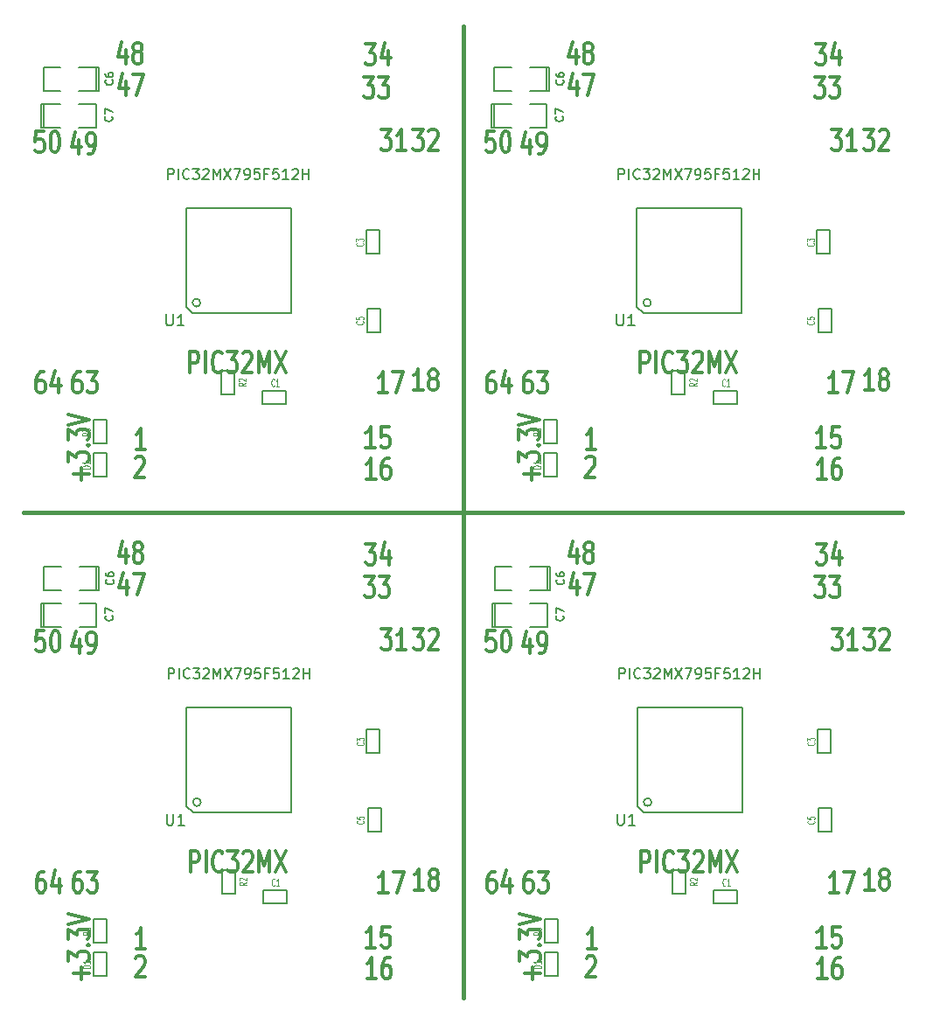
<source format=gto>
G04 #@! TF.FileFunction,Legend,Top*
%FSLAX46Y46*%
G04 Gerber Fmt 4.6, Leading zero omitted, Abs format (unit mm)*
G04 Created by KiCad (PCBNEW 4.0.5+dfsg1-4) date Mon Jul  9 23:17:01 2018*
%MOMM*%
%LPD*%
G01*
G04 APERTURE LIST*
%ADD10C,0.150000*%
%ADD11C,0.381000*%
%ADD12C,0.304800*%
%ADD13C,0.203200*%
%ADD14C,0.127000*%
%ADD15C,0.152400*%
%ADD16C,0.114300*%
G04 APERTURE END LIST*
D10*
D11*
X152196800Y-36245800D02*
X152196800Y-130327400D01*
X194665600Y-83388200D02*
X194665600Y-83337400D01*
X109626400Y-83388200D02*
X194665600Y-83388200D01*
D12*
X158780843Y-80200500D02*
X158780843Y-79039357D01*
X159554938Y-79619928D02*
X158006748Y-79619928D01*
X157522938Y-78458786D02*
X157522938Y-77515357D01*
X158297033Y-78023357D01*
X158297033Y-77805643D01*
X158393795Y-77660500D01*
X158490557Y-77587929D01*
X158684081Y-77515357D01*
X159167890Y-77515357D01*
X159361414Y-77587929D01*
X159458176Y-77660500D01*
X159554938Y-77805643D01*
X159554938Y-78241071D01*
X159458176Y-78386214D01*
X159361414Y-78458786D01*
X159361414Y-76862214D02*
X159458176Y-76789642D01*
X159554938Y-76862214D01*
X159458176Y-76934785D01*
X159361414Y-76862214D01*
X159554938Y-76862214D01*
X157522938Y-76281643D02*
X157522938Y-75338214D01*
X158297033Y-75846214D01*
X158297033Y-75628500D01*
X158393795Y-75483357D01*
X158490557Y-75410786D01*
X158684081Y-75338214D01*
X159167890Y-75338214D01*
X159361414Y-75410786D01*
X159458176Y-75483357D01*
X159554938Y-75628500D01*
X159554938Y-76063928D01*
X159458176Y-76209071D01*
X159361414Y-76281643D01*
X157522938Y-74902785D02*
X159554938Y-74394785D01*
X157522938Y-73886785D01*
X164976629Y-77246238D02*
X164105772Y-77246238D01*
X164541200Y-77246238D02*
X164541200Y-75214238D01*
X164396057Y-75504524D01*
X164250915Y-75698048D01*
X164105772Y-75794810D01*
X164042272Y-78138262D02*
X164114843Y-78041500D01*
X164259986Y-77944738D01*
X164622843Y-77944738D01*
X164767986Y-78041500D01*
X164840557Y-78138262D01*
X164913129Y-78331786D01*
X164913129Y-78525310D01*
X164840557Y-78815595D01*
X163969700Y-79976738D01*
X164913129Y-79976738D01*
X187237914Y-77119238D02*
X186367057Y-77119238D01*
X186802485Y-77119238D02*
X186802485Y-75087238D01*
X186657342Y-75377524D01*
X186512200Y-75571048D01*
X186367057Y-75667810D01*
X188616771Y-75087238D02*
X187891057Y-75087238D01*
X187818486Y-76054857D01*
X187891057Y-75958095D01*
X188036200Y-75861333D01*
X188399057Y-75861333D01*
X188544200Y-75958095D01*
X188616771Y-76054857D01*
X188689343Y-76248381D01*
X188689343Y-76732190D01*
X188616771Y-76925714D01*
X188544200Y-77022476D01*
X188399057Y-77119238D01*
X188036200Y-77119238D01*
X187891057Y-77022476D01*
X187818486Y-76925714D01*
X187301414Y-80103738D02*
X186430557Y-80103738D01*
X186865985Y-80103738D02*
X186865985Y-78071738D01*
X186720842Y-78362024D01*
X186575700Y-78555548D01*
X186430557Y-78652310D01*
X188607700Y-78071738D02*
X188317414Y-78071738D01*
X188172271Y-78168500D01*
X188099700Y-78265262D01*
X187954557Y-78555548D01*
X187881986Y-78942595D01*
X187881986Y-79716690D01*
X187954557Y-79910214D01*
X188027129Y-80006976D01*
X188172271Y-80103738D01*
X188462557Y-80103738D01*
X188607700Y-80006976D01*
X188680271Y-79910214D01*
X188752843Y-79716690D01*
X188752843Y-79232881D01*
X188680271Y-79039357D01*
X188607700Y-78942595D01*
X188462557Y-78845833D01*
X188172271Y-78845833D01*
X188027129Y-78942595D01*
X187954557Y-79039357D01*
X187881986Y-79232881D01*
X188444414Y-71785238D02*
X187573557Y-71785238D01*
X188008985Y-71785238D02*
X188008985Y-69753238D01*
X187863842Y-70043524D01*
X187718700Y-70237048D01*
X187573557Y-70333810D01*
X188952414Y-69753238D02*
X189968414Y-69753238D01*
X189315271Y-71785238D01*
X191873414Y-71531238D02*
X191002557Y-71531238D01*
X191437985Y-71531238D02*
X191437985Y-69499238D01*
X191292842Y-69789524D01*
X191147700Y-69983048D01*
X191002557Y-70079810D01*
X192744271Y-70370095D02*
X192599129Y-70273333D01*
X192526557Y-70176571D01*
X192453986Y-69983048D01*
X192453986Y-69886286D01*
X192526557Y-69692762D01*
X192599129Y-69596000D01*
X192744271Y-69499238D01*
X193034557Y-69499238D01*
X193179700Y-69596000D01*
X193252271Y-69692762D01*
X193324843Y-69886286D01*
X193324843Y-69983048D01*
X193252271Y-70176571D01*
X193179700Y-70273333D01*
X193034557Y-70370095D01*
X192744271Y-70370095D01*
X192599129Y-70466857D01*
X192526557Y-70563619D01*
X192453986Y-70757143D01*
X192453986Y-71144190D01*
X192526557Y-71337714D01*
X192599129Y-71434476D01*
X192744271Y-71531238D01*
X193034557Y-71531238D01*
X193179700Y-71434476D01*
X193252271Y-71337714D01*
X193324843Y-71144190D01*
X193324843Y-70757143D01*
X193252271Y-70563619D01*
X193179700Y-70466857D01*
X193034557Y-70370095D01*
X187818485Y-46258238D02*
X188761914Y-46258238D01*
X188253914Y-47032333D01*
X188471628Y-47032333D01*
X188616771Y-47129095D01*
X188689342Y-47225857D01*
X188761914Y-47419381D01*
X188761914Y-47903190D01*
X188689342Y-48096714D01*
X188616771Y-48193476D01*
X188471628Y-48290238D01*
X188036200Y-48290238D01*
X187891057Y-48193476D01*
X187818485Y-48096714D01*
X190213343Y-48290238D02*
X189342486Y-48290238D01*
X189777914Y-48290238D02*
X189777914Y-46258238D01*
X189632771Y-46548524D01*
X189487629Y-46742048D01*
X189342486Y-46838810D01*
X190929985Y-46258238D02*
X191873414Y-46258238D01*
X191365414Y-47032333D01*
X191583128Y-47032333D01*
X191728271Y-47129095D01*
X191800842Y-47225857D01*
X191873414Y-47419381D01*
X191873414Y-47903190D01*
X191800842Y-48096714D01*
X191728271Y-48193476D01*
X191583128Y-48290238D01*
X191147700Y-48290238D01*
X191002557Y-48193476D01*
X190929985Y-48096714D01*
X192453986Y-46451762D02*
X192526557Y-46355000D01*
X192671700Y-46258238D01*
X193034557Y-46258238D01*
X193179700Y-46355000D01*
X193252271Y-46451762D01*
X193324843Y-46645286D01*
X193324843Y-46838810D01*
X193252271Y-47129095D01*
X192381414Y-48290238D01*
X193324843Y-48290238D01*
X186167485Y-41178238D02*
X187110914Y-41178238D01*
X186602914Y-41952333D01*
X186820628Y-41952333D01*
X186965771Y-42049095D01*
X187038342Y-42145857D01*
X187110914Y-42339381D01*
X187110914Y-42823190D01*
X187038342Y-43016714D01*
X186965771Y-43113476D01*
X186820628Y-43210238D01*
X186385200Y-43210238D01*
X186240057Y-43113476D01*
X186167485Y-43016714D01*
X187618914Y-41178238D02*
X188562343Y-41178238D01*
X188054343Y-41952333D01*
X188272057Y-41952333D01*
X188417200Y-42049095D01*
X188489771Y-42145857D01*
X188562343Y-42339381D01*
X188562343Y-42823190D01*
X188489771Y-43016714D01*
X188417200Y-43113476D01*
X188272057Y-43210238D01*
X187836629Y-43210238D01*
X187691486Y-43113476D01*
X187618914Y-43016714D01*
X186294485Y-38003238D02*
X187237914Y-38003238D01*
X186729914Y-38777333D01*
X186947628Y-38777333D01*
X187092771Y-38874095D01*
X187165342Y-38970857D01*
X187237914Y-39164381D01*
X187237914Y-39648190D01*
X187165342Y-39841714D01*
X187092771Y-39938476D01*
X186947628Y-40035238D01*
X186512200Y-40035238D01*
X186367057Y-39938476D01*
X186294485Y-39841714D01*
X188544200Y-38680571D02*
X188544200Y-40035238D01*
X188181343Y-37906476D02*
X187818486Y-39357905D01*
X188761914Y-39357905D01*
X163089771Y-38553571D02*
X163089771Y-39908238D01*
X162726914Y-37779476D02*
X162364057Y-39230905D01*
X163307485Y-39230905D01*
X164105771Y-38747095D02*
X163960629Y-38650333D01*
X163888057Y-38553571D01*
X163815486Y-38360048D01*
X163815486Y-38263286D01*
X163888057Y-38069762D01*
X163960629Y-37973000D01*
X164105771Y-37876238D01*
X164396057Y-37876238D01*
X164541200Y-37973000D01*
X164613771Y-38069762D01*
X164686343Y-38263286D01*
X164686343Y-38360048D01*
X164613771Y-38553571D01*
X164541200Y-38650333D01*
X164396057Y-38747095D01*
X164105771Y-38747095D01*
X163960629Y-38843857D01*
X163888057Y-38940619D01*
X163815486Y-39134143D01*
X163815486Y-39521190D01*
X163888057Y-39714714D01*
X163960629Y-39811476D01*
X164105771Y-39908238D01*
X164396057Y-39908238D01*
X164541200Y-39811476D01*
X164613771Y-39714714D01*
X164686343Y-39521190D01*
X164686343Y-39134143D01*
X164613771Y-38940619D01*
X164541200Y-38843857D01*
X164396057Y-38747095D01*
X163153271Y-41601571D02*
X163153271Y-42956238D01*
X162790414Y-40827476D02*
X162427557Y-42278905D01*
X163370985Y-42278905D01*
X163806414Y-40924238D02*
X164822414Y-40924238D01*
X164169271Y-42956238D01*
X155161342Y-46448738D02*
X154435628Y-46448738D01*
X154363057Y-47416357D01*
X154435628Y-47319595D01*
X154580771Y-47222833D01*
X154943628Y-47222833D01*
X155088771Y-47319595D01*
X155161342Y-47416357D01*
X155233914Y-47609881D01*
X155233914Y-48093690D01*
X155161342Y-48287214D01*
X155088771Y-48383976D01*
X154943628Y-48480738D01*
X154580771Y-48480738D01*
X154435628Y-48383976D01*
X154363057Y-48287214D01*
X156177343Y-46448738D02*
X156322486Y-46448738D01*
X156467629Y-46545500D01*
X156540200Y-46642262D01*
X156612771Y-46835786D01*
X156685343Y-47222833D01*
X156685343Y-47706643D01*
X156612771Y-48093690D01*
X156540200Y-48287214D01*
X156467629Y-48383976D01*
X156322486Y-48480738D01*
X156177343Y-48480738D01*
X156032200Y-48383976D01*
X155959629Y-48287214D01*
X155887057Y-48093690D01*
X155814486Y-47706643D01*
X155814486Y-47222833D01*
X155887057Y-46835786D01*
X155959629Y-46642262D01*
X156032200Y-46545500D01*
X156177343Y-46448738D01*
X158581271Y-47253071D02*
X158581271Y-48607738D01*
X158218414Y-46478976D02*
X157855557Y-47930405D01*
X158798985Y-47930405D01*
X159452129Y-48607738D02*
X159742414Y-48607738D01*
X159887557Y-48510976D01*
X159960129Y-48414214D01*
X160105271Y-48123929D01*
X160177843Y-47736881D01*
X160177843Y-46962786D01*
X160105271Y-46769262D01*
X160032700Y-46672500D01*
X159887557Y-46575738D01*
X159597271Y-46575738D01*
X159452129Y-46672500D01*
X159379557Y-46769262D01*
X159306986Y-46962786D01*
X159306986Y-47446595D01*
X159379557Y-47640119D01*
X159452129Y-47736881D01*
X159597271Y-47833643D01*
X159887557Y-47833643D01*
X160032700Y-47736881D01*
X160105271Y-47640119D01*
X160177843Y-47446595D01*
X155152271Y-69753238D02*
X154861985Y-69753238D01*
X154716842Y-69850000D01*
X154644271Y-69946762D01*
X154499128Y-70237048D01*
X154426557Y-70624095D01*
X154426557Y-71398190D01*
X154499128Y-71591714D01*
X154571700Y-71688476D01*
X154716842Y-71785238D01*
X155007128Y-71785238D01*
X155152271Y-71688476D01*
X155224842Y-71591714D01*
X155297414Y-71398190D01*
X155297414Y-70914381D01*
X155224842Y-70720857D01*
X155152271Y-70624095D01*
X155007128Y-70527333D01*
X154716842Y-70527333D01*
X154571700Y-70624095D01*
X154499128Y-70720857D01*
X154426557Y-70914381D01*
X156603700Y-70430571D02*
X156603700Y-71785238D01*
X156240843Y-69656476D02*
X155877986Y-71107905D01*
X156821414Y-71107905D01*
X158708271Y-69753238D02*
X158417985Y-69753238D01*
X158272842Y-69850000D01*
X158200271Y-69946762D01*
X158055128Y-70237048D01*
X157982557Y-70624095D01*
X157982557Y-71398190D01*
X158055128Y-71591714D01*
X158127700Y-71688476D01*
X158272842Y-71785238D01*
X158563128Y-71785238D01*
X158708271Y-71688476D01*
X158780842Y-71591714D01*
X158853414Y-71398190D01*
X158853414Y-70914381D01*
X158780842Y-70720857D01*
X158708271Y-70624095D01*
X158563128Y-70527333D01*
X158272842Y-70527333D01*
X158127700Y-70624095D01*
X158055128Y-70720857D01*
X157982557Y-70914381D01*
X159361414Y-69753238D02*
X160304843Y-69753238D01*
X159796843Y-70527333D01*
X160014557Y-70527333D01*
X160159700Y-70624095D01*
X160232271Y-70720857D01*
X160304843Y-70914381D01*
X160304843Y-71398190D01*
X160232271Y-71591714D01*
X160159700Y-71688476D01*
X160014557Y-71785238D01*
X159579129Y-71785238D01*
X159433986Y-71688476D01*
X159361414Y-71591714D01*
X169303700Y-69816738D02*
X169303700Y-67784738D01*
X169884272Y-67784738D01*
X170029414Y-67881500D01*
X170101986Y-67978262D01*
X170174557Y-68171786D01*
X170174557Y-68462071D01*
X170101986Y-68655595D01*
X170029414Y-68752357D01*
X169884272Y-68849119D01*
X169303700Y-68849119D01*
X170827700Y-69816738D02*
X170827700Y-67784738D01*
X172424271Y-69623214D02*
X172351700Y-69719976D01*
X172133986Y-69816738D01*
X171988843Y-69816738D01*
X171771128Y-69719976D01*
X171625986Y-69526452D01*
X171553414Y-69332929D01*
X171480843Y-68945881D01*
X171480843Y-68655595D01*
X171553414Y-68268548D01*
X171625986Y-68075024D01*
X171771128Y-67881500D01*
X171988843Y-67784738D01*
X172133986Y-67784738D01*
X172351700Y-67881500D01*
X172424271Y-67978262D01*
X172932271Y-67784738D02*
X173875700Y-67784738D01*
X173367700Y-68558833D01*
X173585414Y-68558833D01*
X173730557Y-68655595D01*
X173803128Y-68752357D01*
X173875700Y-68945881D01*
X173875700Y-69429690D01*
X173803128Y-69623214D01*
X173730557Y-69719976D01*
X173585414Y-69816738D01*
X173149986Y-69816738D01*
X173004843Y-69719976D01*
X172932271Y-69623214D01*
X174456272Y-67978262D02*
X174528843Y-67881500D01*
X174673986Y-67784738D01*
X175036843Y-67784738D01*
X175181986Y-67881500D01*
X175254557Y-67978262D01*
X175327129Y-68171786D01*
X175327129Y-68365310D01*
X175254557Y-68655595D01*
X174383700Y-69816738D01*
X175327129Y-69816738D01*
X175980272Y-69816738D02*
X175980272Y-67784738D01*
X176488272Y-69236167D01*
X176996272Y-67784738D01*
X176996272Y-69816738D01*
X177576843Y-67784738D02*
X178592843Y-69816738D01*
X178592843Y-67784738D02*
X177576843Y-69816738D01*
X169354500Y-118178338D02*
X169354500Y-116146338D01*
X169935072Y-116146338D01*
X170080214Y-116243100D01*
X170152786Y-116339862D01*
X170225357Y-116533386D01*
X170225357Y-116823671D01*
X170152786Y-117017195D01*
X170080214Y-117113957D01*
X169935072Y-117210719D01*
X169354500Y-117210719D01*
X170878500Y-118178338D02*
X170878500Y-116146338D01*
X172475071Y-117984814D02*
X172402500Y-118081576D01*
X172184786Y-118178338D01*
X172039643Y-118178338D01*
X171821928Y-118081576D01*
X171676786Y-117888052D01*
X171604214Y-117694529D01*
X171531643Y-117307481D01*
X171531643Y-117017195D01*
X171604214Y-116630148D01*
X171676786Y-116436624D01*
X171821928Y-116243100D01*
X172039643Y-116146338D01*
X172184786Y-116146338D01*
X172402500Y-116243100D01*
X172475071Y-116339862D01*
X172983071Y-116146338D02*
X173926500Y-116146338D01*
X173418500Y-116920433D01*
X173636214Y-116920433D01*
X173781357Y-117017195D01*
X173853928Y-117113957D01*
X173926500Y-117307481D01*
X173926500Y-117791290D01*
X173853928Y-117984814D01*
X173781357Y-118081576D01*
X173636214Y-118178338D01*
X173200786Y-118178338D01*
X173055643Y-118081576D01*
X172983071Y-117984814D01*
X174507072Y-116339862D02*
X174579643Y-116243100D01*
X174724786Y-116146338D01*
X175087643Y-116146338D01*
X175232786Y-116243100D01*
X175305357Y-116339862D01*
X175377929Y-116533386D01*
X175377929Y-116726910D01*
X175305357Y-117017195D01*
X174434500Y-118178338D01*
X175377929Y-118178338D01*
X176031072Y-118178338D02*
X176031072Y-116146338D01*
X176539072Y-117597767D01*
X177047072Y-116146338D01*
X177047072Y-118178338D01*
X177627643Y-116146338D02*
X178643643Y-118178338D01*
X178643643Y-116146338D02*
X177627643Y-118178338D01*
X158759071Y-118114838D02*
X158468785Y-118114838D01*
X158323642Y-118211600D01*
X158251071Y-118308362D01*
X158105928Y-118598648D01*
X158033357Y-118985695D01*
X158033357Y-119759790D01*
X158105928Y-119953314D01*
X158178500Y-120050076D01*
X158323642Y-120146838D01*
X158613928Y-120146838D01*
X158759071Y-120050076D01*
X158831642Y-119953314D01*
X158904214Y-119759790D01*
X158904214Y-119275981D01*
X158831642Y-119082457D01*
X158759071Y-118985695D01*
X158613928Y-118888933D01*
X158323642Y-118888933D01*
X158178500Y-118985695D01*
X158105928Y-119082457D01*
X158033357Y-119275981D01*
X159412214Y-118114838D02*
X160355643Y-118114838D01*
X159847643Y-118888933D01*
X160065357Y-118888933D01*
X160210500Y-118985695D01*
X160283071Y-119082457D01*
X160355643Y-119275981D01*
X160355643Y-119759790D01*
X160283071Y-119953314D01*
X160210500Y-120050076D01*
X160065357Y-120146838D01*
X159629929Y-120146838D01*
X159484786Y-120050076D01*
X159412214Y-119953314D01*
X155203071Y-118114838D02*
X154912785Y-118114838D01*
X154767642Y-118211600D01*
X154695071Y-118308362D01*
X154549928Y-118598648D01*
X154477357Y-118985695D01*
X154477357Y-119759790D01*
X154549928Y-119953314D01*
X154622500Y-120050076D01*
X154767642Y-120146838D01*
X155057928Y-120146838D01*
X155203071Y-120050076D01*
X155275642Y-119953314D01*
X155348214Y-119759790D01*
X155348214Y-119275981D01*
X155275642Y-119082457D01*
X155203071Y-118985695D01*
X155057928Y-118888933D01*
X154767642Y-118888933D01*
X154622500Y-118985695D01*
X154549928Y-119082457D01*
X154477357Y-119275981D01*
X156654500Y-118792171D02*
X156654500Y-120146838D01*
X156291643Y-118018076D02*
X155928786Y-119469505D01*
X156872214Y-119469505D01*
X158632071Y-95614671D02*
X158632071Y-96969338D01*
X158269214Y-94840576D02*
X157906357Y-96292005D01*
X158849785Y-96292005D01*
X159502929Y-96969338D02*
X159793214Y-96969338D01*
X159938357Y-96872576D01*
X160010929Y-96775814D01*
X160156071Y-96485529D01*
X160228643Y-96098481D01*
X160228643Y-95324386D01*
X160156071Y-95130862D01*
X160083500Y-95034100D01*
X159938357Y-94937338D01*
X159648071Y-94937338D01*
X159502929Y-95034100D01*
X159430357Y-95130862D01*
X159357786Y-95324386D01*
X159357786Y-95808195D01*
X159430357Y-96001719D01*
X159502929Y-96098481D01*
X159648071Y-96195243D01*
X159938357Y-96195243D01*
X160083500Y-96098481D01*
X160156071Y-96001719D01*
X160228643Y-95808195D01*
X155212142Y-94810338D02*
X154486428Y-94810338D01*
X154413857Y-95777957D01*
X154486428Y-95681195D01*
X154631571Y-95584433D01*
X154994428Y-95584433D01*
X155139571Y-95681195D01*
X155212142Y-95777957D01*
X155284714Y-95971481D01*
X155284714Y-96455290D01*
X155212142Y-96648814D01*
X155139571Y-96745576D01*
X154994428Y-96842338D01*
X154631571Y-96842338D01*
X154486428Y-96745576D01*
X154413857Y-96648814D01*
X156228143Y-94810338D02*
X156373286Y-94810338D01*
X156518429Y-94907100D01*
X156591000Y-95003862D01*
X156663571Y-95197386D01*
X156736143Y-95584433D01*
X156736143Y-96068243D01*
X156663571Y-96455290D01*
X156591000Y-96648814D01*
X156518429Y-96745576D01*
X156373286Y-96842338D01*
X156228143Y-96842338D01*
X156083000Y-96745576D01*
X156010429Y-96648814D01*
X155937857Y-96455290D01*
X155865286Y-96068243D01*
X155865286Y-95584433D01*
X155937857Y-95197386D01*
X156010429Y-95003862D01*
X156083000Y-94907100D01*
X156228143Y-94810338D01*
X163204071Y-89963171D02*
X163204071Y-91317838D01*
X162841214Y-89189076D02*
X162478357Y-90640505D01*
X163421785Y-90640505D01*
X163857214Y-89285838D02*
X164873214Y-89285838D01*
X164220071Y-91317838D01*
X163140571Y-86915171D02*
X163140571Y-88269838D01*
X162777714Y-86141076D02*
X162414857Y-87592505D01*
X163358285Y-87592505D01*
X164156571Y-87108695D02*
X164011429Y-87011933D01*
X163938857Y-86915171D01*
X163866286Y-86721648D01*
X163866286Y-86624886D01*
X163938857Y-86431362D01*
X164011429Y-86334600D01*
X164156571Y-86237838D01*
X164446857Y-86237838D01*
X164592000Y-86334600D01*
X164664571Y-86431362D01*
X164737143Y-86624886D01*
X164737143Y-86721648D01*
X164664571Y-86915171D01*
X164592000Y-87011933D01*
X164446857Y-87108695D01*
X164156571Y-87108695D01*
X164011429Y-87205457D01*
X163938857Y-87302219D01*
X163866286Y-87495743D01*
X163866286Y-87882790D01*
X163938857Y-88076314D01*
X164011429Y-88173076D01*
X164156571Y-88269838D01*
X164446857Y-88269838D01*
X164592000Y-88173076D01*
X164664571Y-88076314D01*
X164737143Y-87882790D01*
X164737143Y-87495743D01*
X164664571Y-87302219D01*
X164592000Y-87205457D01*
X164446857Y-87108695D01*
X186345285Y-86364838D02*
X187288714Y-86364838D01*
X186780714Y-87138933D01*
X186998428Y-87138933D01*
X187143571Y-87235695D01*
X187216142Y-87332457D01*
X187288714Y-87525981D01*
X187288714Y-88009790D01*
X187216142Y-88203314D01*
X187143571Y-88300076D01*
X186998428Y-88396838D01*
X186563000Y-88396838D01*
X186417857Y-88300076D01*
X186345285Y-88203314D01*
X188595000Y-87042171D02*
X188595000Y-88396838D01*
X188232143Y-86268076D02*
X187869286Y-87719505D01*
X188812714Y-87719505D01*
X186218285Y-89539838D02*
X187161714Y-89539838D01*
X186653714Y-90313933D01*
X186871428Y-90313933D01*
X187016571Y-90410695D01*
X187089142Y-90507457D01*
X187161714Y-90700981D01*
X187161714Y-91184790D01*
X187089142Y-91378314D01*
X187016571Y-91475076D01*
X186871428Y-91571838D01*
X186436000Y-91571838D01*
X186290857Y-91475076D01*
X186218285Y-91378314D01*
X187669714Y-89539838D02*
X188613143Y-89539838D01*
X188105143Y-90313933D01*
X188322857Y-90313933D01*
X188468000Y-90410695D01*
X188540571Y-90507457D01*
X188613143Y-90700981D01*
X188613143Y-91184790D01*
X188540571Y-91378314D01*
X188468000Y-91475076D01*
X188322857Y-91571838D01*
X187887429Y-91571838D01*
X187742286Y-91475076D01*
X187669714Y-91378314D01*
X190980785Y-94619838D02*
X191924214Y-94619838D01*
X191416214Y-95393933D01*
X191633928Y-95393933D01*
X191779071Y-95490695D01*
X191851642Y-95587457D01*
X191924214Y-95780981D01*
X191924214Y-96264790D01*
X191851642Y-96458314D01*
X191779071Y-96555076D01*
X191633928Y-96651838D01*
X191198500Y-96651838D01*
X191053357Y-96555076D01*
X190980785Y-96458314D01*
X192504786Y-94813362D02*
X192577357Y-94716600D01*
X192722500Y-94619838D01*
X193085357Y-94619838D01*
X193230500Y-94716600D01*
X193303071Y-94813362D01*
X193375643Y-95006886D01*
X193375643Y-95200410D01*
X193303071Y-95490695D01*
X192432214Y-96651838D01*
X193375643Y-96651838D01*
X187869285Y-94619838D02*
X188812714Y-94619838D01*
X188304714Y-95393933D01*
X188522428Y-95393933D01*
X188667571Y-95490695D01*
X188740142Y-95587457D01*
X188812714Y-95780981D01*
X188812714Y-96264790D01*
X188740142Y-96458314D01*
X188667571Y-96555076D01*
X188522428Y-96651838D01*
X188087000Y-96651838D01*
X187941857Y-96555076D01*
X187869285Y-96458314D01*
X190264143Y-96651838D02*
X189393286Y-96651838D01*
X189828714Y-96651838D02*
X189828714Y-94619838D01*
X189683571Y-94910124D01*
X189538429Y-95103648D01*
X189393286Y-95200410D01*
X191924214Y-119892838D02*
X191053357Y-119892838D01*
X191488785Y-119892838D02*
X191488785Y-117860838D01*
X191343642Y-118151124D01*
X191198500Y-118344648D01*
X191053357Y-118441410D01*
X192795071Y-118731695D02*
X192649929Y-118634933D01*
X192577357Y-118538171D01*
X192504786Y-118344648D01*
X192504786Y-118247886D01*
X192577357Y-118054362D01*
X192649929Y-117957600D01*
X192795071Y-117860838D01*
X193085357Y-117860838D01*
X193230500Y-117957600D01*
X193303071Y-118054362D01*
X193375643Y-118247886D01*
X193375643Y-118344648D01*
X193303071Y-118538171D01*
X193230500Y-118634933D01*
X193085357Y-118731695D01*
X192795071Y-118731695D01*
X192649929Y-118828457D01*
X192577357Y-118925219D01*
X192504786Y-119118743D01*
X192504786Y-119505790D01*
X192577357Y-119699314D01*
X192649929Y-119796076D01*
X192795071Y-119892838D01*
X193085357Y-119892838D01*
X193230500Y-119796076D01*
X193303071Y-119699314D01*
X193375643Y-119505790D01*
X193375643Y-119118743D01*
X193303071Y-118925219D01*
X193230500Y-118828457D01*
X193085357Y-118731695D01*
X188495214Y-120146838D02*
X187624357Y-120146838D01*
X188059785Y-120146838D02*
X188059785Y-118114838D01*
X187914642Y-118405124D01*
X187769500Y-118598648D01*
X187624357Y-118695410D01*
X189003214Y-118114838D02*
X190019214Y-118114838D01*
X189366071Y-120146838D01*
X187352214Y-128465338D02*
X186481357Y-128465338D01*
X186916785Y-128465338D02*
X186916785Y-126433338D01*
X186771642Y-126723624D01*
X186626500Y-126917148D01*
X186481357Y-127013910D01*
X188658500Y-126433338D02*
X188368214Y-126433338D01*
X188223071Y-126530100D01*
X188150500Y-126626862D01*
X188005357Y-126917148D01*
X187932786Y-127304195D01*
X187932786Y-128078290D01*
X188005357Y-128271814D01*
X188077929Y-128368576D01*
X188223071Y-128465338D01*
X188513357Y-128465338D01*
X188658500Y-128368576D01*
X188731071Y-128271814D01*
X188803643Y-128078290D01*
X188803643Y-127594481D01*
X188731071Y-127400957D01*
X188658500Y-127304195D01*
X188513357Y-127207433D01*
X188223071Y-127207433D01*
X188077929Y-127304195D01*
X188005357Y-127400957D01*
X187932786Y-127594481D01*
X187288714Y-125480838D02*
X186417857Y-125480838D01*
X186853285Y-125480838D02*
X186853285Y-123448838D01*
X186708142Y-123739124D01*
X186563000Y-123932648D01*
X186417857Y-124029410D01*
X188667571Y-123448838D02*
X187941857Y-123448838D01*
X187869286Y-124416457D01*
X187941857Y-124319695D01*
X188087000Y-124222933D01*
X188449857Y-124222933D01*
X188595000Y-124319695D01*
X188667571Y-124416457D01*
X188740143Y-124609981D01*
X188740143Y-125093790D01*
X188667571Y-125287314D01*
X188595000Y-125384076D01*
X188449857Y-125480838D01*
X188087000Y-125480838D01*
X187941857Y-125384076D01*
X187869286Y-125287314D01*
X164093072Y-126499862D02*
X164165643Y-126403100D01*
X164310786Y-126306338D01*
X164673643Y-126306338D01*
X164818786Y-126403100D01*
X164891357Y-126499862D01*
X164963929Y-126693386D01*
X164963929Y-126886910D01*
X164891357Y-127177195D01*
X164020500Y-128338338D01*
X164963929Y-128338338D01*
X165027429Y-125607838D02*
X164156572Y-125607838D01*
X164592000Y-125607838D02*
X164592000Y-123575838D01*
X164446857Y-123866124D01*
X164301715Y-124059648D01*
X164156572Y-124156410D01*
X158831643Y-128562100D02*
X158831643Y-127400957D01*
X159605738Y-127981528D02*
X158057548Y-127981528D01*
X157573738Y-126820386D02*
X157573738Y-125876957D01*
X158347833Y-126384957D01*
X158347833Y-126167243D01*
X158444595Y-126022100D01*
X158541357Y-125949529D01*
X158734881Y-125876957D01*
X159218690Y-125876957D01*
X159412214Y-125949529D01*
X159508976Y-126022100D01*
X159605738Y-126167243D01*
X159605738Y-126602671D01*
X159508976Y-126747814D01*
X159412214Y-126820386D01*
X159412214Y-125223814D02*
X159508976Y-125151242D01*
X159605738Y-125223814D01*
X159508976Y-125296385D01*
X159412214Y-125223814D01*
X159605738Y-125223814D01*
X157573738Y-124643243D02*
X157573738Y-123699814D01*
X158347833Y-124207814D01*
X158347833Y-123990100D01*
X158444595Y-123844957D01*
X158541357Y-123772386D01*
X158734881Y-123699814D01*
X159218690Y-123699814D01*
X159412214Y-123772386D01*
X159508976Y-123844957D01*
X159605738Y-123990100D01*
X159605738Y-124425528D01*
X159508976Y-124570671D01*
X159412214Y-124643243D01*
X157573738Y-123264385D02*
X159605738Y-122756385D01*
X157573738Y-122248385D01*
X115194443Y-128562100D02*
X115194443Y-127400957D01*
X115968538Y-127981528D02*
X114420348Y-127981528D01*
X113936538Y-126820386D02*
X113936538Y-125876957D01*
X114710633Y-126384957D01*
X114710633Y-126167243D01*
X114807395Y-126022100D01*
X114904157Y-125949529D01*
X115097681Y-125876957D01*
X115581490Y-125876957D01*
X115775014Y-125949529D01*
X115871776Y-126022100D01*
X115968538Y-126167243D01*
X115968538Y-126602671D01*
X115871776Y-126747814D01*
X115775014Y-126820386D01*
X115775014Y-125223814D02*
X115871776Y-125151242D01*
X115968538Y-125223814D01*
X115871776Y-125296385D01*
X115775014Y-125223814D01*
X115968538Y-125223814D01*
X113936538Y-124643243D02*
X113936538Y-123699814D01*
X114710633Y-124207814D01*
X114710633Y-123990100D01*
X114807395Y-123844957D01*
X114904157Y-123772386D01*
X115097681Y-123699814D01*
X115581490Y-123699814D01*
X115775014Y-123772386D01*
X115871776Y-123844957D01*
X115968538Y-123990100D01*
X115968538Y-124425528D01*
X115871776Y-124570671D01*
X115775014Y-124643243D01*
X113936538Y-123264385D02*
X115968538Y-122756385D01*
X113936538Y-122248385D01*
X121390229Y-125607838D02*
X120519372Y-125607838D01*
X120954800Y-125607838D02*
X120954800Y-123575838D01*
X120809657Y-123866124D01*
X120664515Y-124059648D01*
X120519372Y-124156410D01*
X120455872Y-126499862D02*
X120528443Y-126403100D01*
X120673586Y-126306338D01*
X121036443Y-126306338D01*
X121181586Y-126403100D01*
X121254157Y-126499862D01*
X121326729Y-126693386D01*
X121326729Y-126886910D01*
X121254157Y-127177195D01*
X120383300Y-128338338D01*
X121326729Y-128338338D01*
X143651514Y-125480838D02*
X142780657Y-125480838D01*
X143216085Y-125480838D02*
X143216085Y-123448838D01*
X143070942Y-123739124D01*
X142925800Y-123932648D01*
X142780657Y-124029410D01*
X145030371Y-123448838D02*
X144304657Y-123448838D01*
X144232086Y-124416457D01*
X144304657Y-124319695D01*
X144449800Y-124222933D01*
X144812657Y-124222933D01*
X144957800Y-124319695D01*
X145030371Y-124416457D01*
X145102943Y-124609981D01*
X145102943Y-125093790D01*
X145030371Y-125287314D01*
X144957800Y-125384076D01*
X144812657Y-125480838D01*
X144449800Y-125480838D01*
X144304657Y-125384076D01*
X144232086Y-125287314D01*
X143715014Y-128465338D02*
X142844157Y-128465338D01*
X143279585Y-128465338D02*
X143279585Y-126433338D01*
X143134442Y-126723624D01*
X142989300Y-126917148D01*
X142844157Y-127013910D01*
X145021300Y-126433338D02*
X144731014Y-126433338D01*
X144585871Y-126530100D01*
X144513300Y-126626862D01*
X144368157Y-126917148D01*
X144295586Y-127304195D01*
X144295586Y-128078290D01*
X144368157Y-128271814D01*
X144440729Y-128368576D01*
X144585871Y-128465338D01*
X144876157Y-128465338D01*
X145021300Y-128368576D01*
X145093871Y-128271814D01*
X145166443Y-128078290D01*
X145166443Y-127594481D01*
X145093871Y-127400957D01*
X145021300Y-127304195D01*
X144876157Y-127207433D01*
X144585871Y-127207433D01*
X144440729Y-127304195D01*
X144368157Y-127400957D01*
X144295586Y-127594481D01*
X144858014Y-120146838D02*
X143987157Y-120146838D01*
X144422585Y-120146838D02*
X144422585Y-118114838D01*
X144277442Y-118405124D01*
X144132300Y-118598648D01*
X143987157Y-118695410D01*
X145366014Y-118114838D02*
X146382014Y-118114838D01*
X145728871Y-120146838D01*
X148287014Y-119892838D02*
X147416157Y-119892838D01*
X147851585Y-119892838D02*
X147851585Y-117860838D01*
X147706442Y-118151124D01*
X147561300Y-118344648D01*
X147416157Y-118441410D01*
X149157871Y-118731695D02*
X149012729Y-118634933D01*
X148940157Y-118538171D01*
X148867586Y-118344648D01*
X148867586Y-118247886D01*
X148940157Y-118054362D01*
X149012729Y-117957600D01*
X149157871Y-117860838D01*
X149448157Y-117860838D01*
X149593300Y-117957600D01*
X149665871Y-118054362D01*
X149738443Y-118247886D01*
X149738443Y-118344648D01*
X149665871Y-118538171D01*
X149593300Y-118634933D01*
X149448157Y-118731695D01*
X149157871Y-118731695D01*
X149012729Y-118828457D01*
X148940157Y-118925219D01*
X148867586Y-119118743D01*
X148867586Y-119505790D01*
X148940157Y-119699314D01*
X149012729Y-119796076D01*
X149157871Y-119892838D01*
X149448157Y-119892838D01*
X149593300Y-119796076D01*
X149665871Y-119699314D01*
X149738443Y-119505790D01*
X149738443Y-119118743D01*
X149665871Y-118925219D01*
X149593300Y-118828457D01*
X149448157Y-118731695D01*
X144232085Y-94619838D02*
X145175514Y-94619838D01*
X144667514Y-95393933D01*
X144885228Y-95393933D01*
X145030371Y-95490695D01*
X145102942Y-95587457D01*
X145175514Y-95780981D01*
X145175514Y-96264790D01*
X145102942Y-96458314D01*
X145030371Y-96555076D01*
X144885228Y-96651838D01*
X144449800Y-96651838D01*
X144304657Y-96555076D01*
X144232085Y-96458314D01*
X146626943Y-96651838D02*
X145756086Y-96651838D01*
X146191514Y-96651838D02*
X146191514Y-94619838D01*
X146046371Y-94910124D01*
X145901229Y-95103648D01*
X145756086Y-95200410D01*
X147343585Y-94619838D02*
X148287014Y-94619838D01*
X147779014Y-95393933D01*
X147996728Y-95393933D01*
X148141871Y-95490695D01*
X148214442Y-95587457D01*
X148287014Y-95780981D01*
X148287014Y-96264790D01*
X148214442Y-96458314D01*
X148141871Y-96555076D01*
X147996728Y-96651838D01*
X147561300Y-96651838D01*
X147416157Y-96555076D01*
X147343585Y-96458314D01*
X148867586Y-94813362D02*
X148940157Y-94716600D01*
X149085300Y-94619838D01*
X149448157Y-94619838D01*
X149593300Y-94716600D01*
X149665871Y-94813362D01*
X149738443Y-95006886D01*
X149738443Y-95200410D01*
X149665871Y-95490695D01*
X148795014Y-96651838D01*
X149738443Y-96651838D01*
X142581085Y-89539838D02*
X143524514Y-89539838D01*
X143016514Y-90313933D01*
X143234228Y-90313933D01*
X143379371Y-90410695D01*
X143451942Y-90507457D01*
X143524514Y-90700981D01*
X143524514Y-91184790D01*
X143451942Y-91378314D01*
X143379371Y-91475076D01*
X143234228Y-91571838D01*
X142798800Y-91571838D01*
X142653657Y-91475076D01*
X142581085Y-91378314D01*
X144032514Y-89539838D02*
X144975943Y-89539838D01*
X144467943Y-90313933D01*
X144685657Y-90313933D01*
X144830800Y-90410695D01*
X144903371Y-90507457D01*
X144975943Y-90700981D01*
X144975943Y-91184790D01*
X144903371Y-91378314D01*
X144830800Y-91475076D01*
X144685657Y-91571838D01*
X144250229Y-91571838D01*
X144105086Y-91475076D01*
X144032514Y-91378314D01*
X142708085Y-86364838D02*
X143651514Y-86364838D01*
X143143514Y-87138933D01*
X143361228Y-87138933D01*
X143506371Y-87235695D01*
X143578942Y-87332457D01*
X143651514Y-87525981D01*
X143651514Y-88009790D01*
X143578942Y-88203314D01*
X143506371Y-88300076D01*
X143361228Y-88396838D01*
X142925800Y-88396838D01*
X142780657Y-88300076D01*
X142708085Y-88203314D01*
X144957800Y-87042171D02*
X144957800Y-88396838D01*
X144594943Y-86268076D02*
X144232086Y-87719505D01*
X145175514Y-87719505D01*
X119503371Y-86915171D02*
X119503371Y-88269838D01*
X119140514Y-86141076D02*
X118777657Y-87592505D01*
X119721085Y-87592505D01*
X120519371Y-87108695D02*
X120374229Y-87011933D01*
X120301657Y-86915171D01*
X120229086Y-86721648D01*
X120229086Y-86624886D01*
X120301657Y-86431362D01*
X120374229Y-86334600D01*
X120519371Y-86237838D01*
X120809657Y-86237838D01*
X120954800Y-86334600D01*
X121027371Y-86431362D01*
X121099943Y-86624886D01*
X121099943Y-86721648D01*
X121027371Y-86915171D01*
X120954800Y-87011933D01*
X120809657Y-87108695D01*
X120519371Y-87108695D01*
X120374229Y-87205457D01*
X120301657Y-87302219D01*
X120229086Y-87495743D01*
X120229086Y-87882790D01*
X120301657Y-88076314D01*
X120374229Y-88173076D01*
X120519371Y-88269838D01*
X120809657Y-88269838D01*
X120954800Y-88173076D01*
X121027371Y-88076314D01*
X121099943Y-87882790D01*
X121099943Y-87495743D01*
X121027371Y-87302219D01*
X120954800Y-87205457D01*
X120809657Y-87108695D01*
X119566871Y-89963171D02*
X119566871Y-91317838D01*
X119204014Y-89189076D02*
X118841157Y-90640505D01*
X119784585Y-90640505D01*
X120220014Y-89285838D02*
X121236014Y-89285838D01*
X120582871Y-91317838D01*
X111574942Y-94810338D02*
X110849228Y-94810338D01*
X110776657Y-95777957D01*
X110849228Y-95681195D01*
X110994371Y-95584433D01*
X111357228Y-95584433D01*
X111502371Y-95681195D01*
X111574942Y-95777957D01*
X111647514Y-95971481D01*
X111647514Y-96455290D01*
X111574942Y-96648814D01*
X111502371Y-96745576D01*
X111357228Y-96842338D01*
X110994371Y-96842338D01*
X110849228Y-96745576D01*
X110776657Y-96648814D01*
X112590943Y-94810338D02*
X112736086Y-94810338D01*
X112881229Y-94907100D01*
X112953800Y-95003862D01*
X113026371Y-95197386D01*
X113098943Y-95584433D01*
X113098943Y-96068243D01*
X113026371Y-96455290D01*
X112953800Y-96648814D01*
X112881229Y-96745576D01*
X112736086Y-96842338D01*
X112590943Y-96842338D01*
X112445800Y-96745576D01*
X112373229Y-96648814D01*
X112300657Y-96455290D01*
X112228086Y-96068243D01*
X112228086Y-95584433D01*
X112300657Y-95197386D01*
X112373229Y-95003862D01*
X112445800Y-94907100D01*
X112590943Y-94810338D01*
X114994871Y-95614671D02*
X114994871Y-96969338D01*
X114632014Y-94840576D02*
X114269157Y-96292005D01*
X115212585Y-96292005D01*
X115865729Y-96969338D02*
X116156014Y-96969338D01*
X116301157Y-96872576D01*
X116373729Y-96775814D01*
X116518871Y-96485529D01*
X116591443Y-96098481D01*
X116591443Y-95324386D01*
X116518871Y-95130862D01*
X116446300Y-95034100D01*
X116301157Y-94937338D01*
X116010871Y-94937338D01*
X115865729Y-95034100D01*
X115793157Y-95130862D01*
X115720586Y-95324386D01*
X115720586Y-95808195D01*
X115793157Y-96001719D01*
X115865729Y-96098481D01*
X116010871Y-96195243D01*
X116301157Y-96195243D01*
X116446300Y-96098481D01*
X116518871Y-96001719D01*
X116591443Y-95808195D01*
X111565871Y-118114838D02*
X111275585Y-118114838D01*
X111130442Y-118211600D01*
X111057871Y-118308362D01*
X110912728Y-118598648D01*
X110840157Y-118985695D01*
X110840157Y-119759790D01*
X110912728Y-119953314D01*
X110985300Y-120050076D01*
X111130442Y-120146838D01*
X111420728Y-120146838D01*
X111565871Y-120050076D01*
X111638442Y-119953314D01*
X111711014Y-119759790D01*
X111711014Y-119275981D01*
X111638442Y-119082457D01*
X111565871Y-118985695D01*
X111420728Y-118888933D01*
X111130442Y-118888933D01*
X110985300Y-118985695D01*
X110912728Y-119082457D01*
X110840157Y-119275981D01*
X113017300Y-118792171D02*
X113017300Y-120146838D01*
X112654443Y-118018076D02*
X112291586Y-119469505D01*
X113235014Y-119469505D01*
X115121871Y-118114838D02*
X114831585Y-118114838D01*
X114686442Y-118211600D01*
X114613871Y-118308362D01*
X114468728Y-118598648D01*
X114396157Y-118985695D01*
X114396157Y-119759790D01*
X114468728Y-119953314D01*
X114541300Y-120050076D01*
X114686442Y-120146838D01*
X114976728Y-120146838D01*
X115121871Y-120050076D01*
X115194442Y-119953314D01*
X115267014Y-119759790D01*
X115267014Y-119275981D01*
X115194442Y-119082457D01*
X115121871Y-118985695D01*
X114976728Y-118888933D01*
X114686442Y-118888933D01*
X114541300Y-118985695D01*
X114468728Y-119082457D01*
X114396157Y-119275981D01*
X115775014Y-118114838D02*
X116718443Y-118114838D01*
X116210443Y-118888933D01*
X116428157Y-118888933D01*
X116573300Y-118985695D01*
X116645871Y-119082457D01*
X116718443Y-119275981D01*
X116718443Y-119759790D01*
X116645871Y-119953314D01*
X116573300Y-120050076D01*
X116428157Y-120146838D01*
X115992729Y-120146838D01*
X115847586Y-120050076D01*
X115775014Y-119953314D01*
X125717300Y-118178338D02*
X125717300Y-116146338D01*
X126297872Y-116146338D01*
X126443014Y-116243100D01*
X126515586Y-116339862D01*
X126588157Y-116533386D01*
X126588157Y-116823671D01*
X126515586Y-117017195D01*
X126443014Y-117113957D01*
X126297872Y-117210719D01*
X125717300Y-117210719D01*
X127241300Y-118178338D02*
X127241300Y-116146338D01*
X128837871Y-117984814D02*
X128765300Y-118081576D01*
X128547586Y-118178338D01*
X128402443Y-118178338D01*
X128184728Y-118081576D01*
X128039586Y-117888052D01*
X127967014Y-117694529D01*
X127894443Y-117307481D01*
X127894443Y-117017195D01*
X127967014Y-116630148D01*
X128039586Y-116436624D01*
X128184728Y-116243100D01*
X128402443Y-116146338D01*
X128547586Y-116146338D01*
X128765300Y-116243100D01*
X128837871Y-116339862D01*
X129345871Y-116146338D02*
X130289300Y-116146338D01*
X129781300Y-116920433D01*
X129999014Y-116920433D01*
X130144157Y-117017195D01*
X130216728Y-117113957D01*
X130289300Y-117307481D01*
X130289300Y-117791290D01*
X130216728Y-117984814D01*
X130144157Y-118081576D01*
X129999014Y-118178338D01*
X129563586Y-118178338D01*
X129418443Y-118081576D01*
X129345871Y-117984814D01*
X130869872Y-116339862D02*
X130942443Y-116243100D01*
X131087586Y-116146338D01*
X131450443Y-116146338D01*
X131595586Y-116243100D01*
X131668157Y-116339862D01*
X131740729Y-116533386D01*
X131740729Y-116726910D01*
X131668157Y-117017195D01*
X130797300Y-118178338D01*
X131740729Y-118178338D01*
X132393872Y-118178338D02*
X132393872Y-116146338D01*
X132901872Y-117597767D01*
X133409872Y-116146338D01*
X133409872Y-118178338D01*
X133990443Y-116146338D02*
X135006443Y-118178338D01*
X135006443Y-116146338D02*
X133990443Y-118178338D01*
X125666500Y-69816738D02*
X125666500Y-67784738D01*
X126247072Y-67784738D01*
X126392214Y-67881500D01*
X126464786Y-67978262D01*
X126537357Y-68171786D01*
X126537357Y-68462071D01*
X126464786Y-68655595D01*
X126392214Y-68752357D01*
X126247072Y-68849119D01*
X125666500Y-68849119D01*
X127190500Y-69816738D02*
X127190500Y-67784738D01*
X128787071Y-69623214D02*
X128714500Y-69719976D01*
X128496786Y-69816738D01*
X128351643Y-69816738D01*
X128133928Y-69719976D01*
X127988786Y-69526452D01*
X127916214Y-69332929D01*
X127843643Y-68945881D01*
X127843643Y-68655595D01*
X127916214Y-68268548D01*
X127988786Y-68075024D01*
X128133928Y-67881500D01*
X128351643Y-67784738D01*
X128496786Y-67784738D01*
X128714500Y-67881500D01*
X128787071Y-67978262D01*
X129295071Y-67784738D02*
X130238500Y-67784738D01*
X129730500Y-68558833D01*
X129948214Y-68558833D01*
X130093357Y-68655595D01*
X130165928Y-68752357D01*
X130238500Y-68945881D01*
X130238500Y-69429690D01*
X130165928Y-69623214D01*
X130093357Y-69719976D01*
X129948214Y-69816738D01*
X129512786Y-69816738D01*
X129367643Y-69719976D01*
X129295071Y-69623214D01*
X130819072Y-67978262D02*
X130891643Y-67881500D01*
X131036786Y-67784738D01*
X131399643Y-67784738D01*
X131544786Y-67881500D01*
X131617357Y-67978262D01*
X131689929Y-68171786D01*
X131689929Y-68365310D01*
X131617357Y-68655595D01*
X130746500Y-69816738D01*
X131689929Y-69816738D01*
X132343072Y-69816738D02*
X132343072Y-67784738D01*
X132851072Y-69236167D01*
X133359072Y-67784738D01*
X133359072Y-69816738D01*
X133939643Y-67784738D02*
X134955643Y-69816738D01*
X134955643Y-67784738D02*
X133939643Y-69816738D01*
X115071071Y-69753238D02*
X114780785Y-69753238D01*
X114635642Y-69850000D01*
X114563071Y-69946762D01*
X114417928Y-70237048D01*
X114345357Y-70624095D01*
X114345357Y-71398190D01*
X114417928Y-71591714D01*
X114490500Y-71688476D01*
X114635642Y-71785238D01*
X114925928Y-71785238D01*
X115071071Y-71688476D01*
X115143642Y-71591714D01*
X115216214Y-71398190D01*
X115216214Y-70914381D01*
X115143642Y-70720857D01*
X115071071Y-70624095D01*
X114925928Y-70527333D01*
X114635642Y-70527333D01*
X114490500Y-70624095D01*
X114417928Y-70720857D01*
X114345357Y-70914381D01*
X115724214Y-69753238D02*
X116667643Y-69753238D01*
X116159643Y-70527333D01*
X116377357Y-70527333D01*
X116522500Y-70624095D01*
X116595071Y-70720857D01*
X116667643Y-70914381D01*
X116667643Y-71398190D01*
X116595071Y-71591714D01*
X116522500Y-71688476D01*
X116377357Y-71785238D01*
X115941929Y-71785238D01*
X115796786Y-71688476D01*
X115724214Y-71591714D01*
X111515071Y-69753238D02*
X111224785Y-69753238D01*
X111079642Y-69850000D01*
X111007071Y-69946762D01*
X110861928Y-70237048D01*
X110789357Y-70624095D01*
X110789357Y-71398190D01*
X110861928Y-71591714D01*
X110934500Y-71688476D01*
X111079642Y-71785238D01*
X111369928Y-71785238D01*
X111515071Y-71688476D01*
X111587642Y-71591714D01*
X111660214Y-71398190D01*
X111660214Y-70914381D01*
X111587642Y-70720857D01*
X111515071Y-70624095D01*
X111369928Y-70527333D01*
X111079642Y-70527333D01*
X110934500Y-70624095D01*
X110861928Y-70720857D01*
X110789357Y-70914381D01*
X112966500Y-70430571D02*
X112966500Y-71785238D01*
X112603643Y-69656476D02*
X112240786Y-71107905D01*
X113184214Y-71107905D01*
X114944071Y-47253071D02*
X114944071Y-48607738D01*
X114581214Y-46478976D02*
X114218357Y-47930405D01*
X115161785Y-47930405D01*
X115814929Y-48607738D02*
X116105214Y-48607738D01*
X116250357Y-48510976D01*
X116322929Y-48414214D01*
X116468071Y-48123929D01*
X116540643Y-47736881D01*
X116540643Y-46962786D01*
X116468071Y-46769262D01*
X116395500Y-46672500D01*
X116250357Y-46575738D01*
X115960071Y-46575738D01*
X115814929Y-46672500D01*
X115742357Y-46769262D01*
X115669786Y-46962786D01*
X115669786Y-47446595D01*
X115742357Y-47640119D01*
X115814929Y-47736881D01*
X115960071Y-47833643D01*
X116250357Y-47833643D01*
X116395500Y-47736881D01*
X116468071Y-47640119D01*
X116540643Y-47446595D01*
X111524142Y-46448738D02*
X110798428Y-46448738D01*
X110725857Y-47416357D01*
X110798428Y-47319595D01*
X110943571Y-47222833D01*
X111306428Y-47222833D01*
X111451571Y-47319595D01*
X111524142Y-47416357D01*
X111596714Y-47609881D01*
X111596714Y-48093690D01*
X111524142Y-48287214D01*
X111451571Y-48383976D01*
X111306428Y-48480738D01*
X110943571Y-48480738D01*
X110798428Y-48383976D01*
X110725857Y-48287214D01*
X112540143Y-46448738D02*
X112685286Y-46448738D01*
X112830429Y-46545500D01*
X112903000Y-46642262D01*
X112975571Y-46835786D01*
X113048143Y-47222833D01*
X113048143Y-47706643D01*
X112975571Y-48093690D01*
X112903000Y-48287214D01*
X112830429Y-48383976D01*
X112685286Y-48480738D01*
X112540143Y-48480738D01*
X112395000Y-48383976D01*
X112322429Y-48287214D01*
X112249857Y-48093690D01*
X112177286Y-47706643D01*
X112177286Y-47222833D01*
X112249857Y-46835786D01*
X112322429Y-46642262D01*
X112395000Y-46545500D01*
X112540143Y-46448738D01*
X119516071Y-41601571D02*
X119516071Y-42956238D01*
X119153214Y-40827476D02*
X118790357Y-42278905D01*
X119733785Y-42278905D01*
X120169214Y-40924238D02*
X121185214Y-40924238D01*
X120532071Y-42956238D01*
X119452571Y-38553571D02*
X119452571Y-39908238D01*
X119089714Y-37779476D02*
X118726857Y-39230905D01*
X119670285Y-39230905D01*
X120468571Y-38747095D02*
X120323429Y-38650333D01*
X120250857Y-38553571D01*
X120178286Y-38360048D01*
X120178286Y-38263286D01*
X120250857Y-38069762D01*
X120323429Y-37973000D01*
X120468571Y-37876238D01*
X120758857Y-37876238D01*
X120904000Y-37973000D01*
X120976571Y-38069762D01*
X121049143Y-38263286D01*
X121049143Y-38360048D01*
X120976571Y-38553571D01*
X120904000Y-38650333D01*
X120758857Y-38747095D01*
X120468571Y-38747095D01*
X120323429Y-38843857D01*
X120250857Y-38940619D01*
X120178286Y-39134143D01*
X120178286Y-39521190D01*
X120250857Y-39714714D01*
X120323429Y-39811476D01*
X120468571Y-39908238D01*
X120758857Y-39908238D01*
X120904000Y-39811476D01*
X120976571Y-39714714D01*
X121049143Y-39521190D01*
X121049143Y-39134143D01*
X120976571Y-38940619D01*
X120904000Y-38843857D01*
X120758857Y-38747095D01*
X142657285Y-38003238D02*
X143600714Y-38003238D01*
X143092714Y-38777333D01*
X143310428Y-38777333D01*
X143455571Y-38874095D01*
X143528142Y-38970857D01*
X143600714Y-39164381D01*
X143600714Y-39648190D01*
X143528142Y-39841714D01*
X143455571Y-39938476D01*
X143310428Y-40035238D01*
X142875000Y-40035238D01*
X142729857Y-39938476D01*
X142657285Y-39841714D01*
X144907000Y-38680571D02*
X144907000Y-40035238D01*
X144544143Y-37906476D02*
X144181286Y-39357905D01*
X145124714Y-39357905D01*
X142530285Y-41178238D02*
X143473714Y-41178238D01*
X142965714Y-41952333D01*
X143183428Y-41952333D01*
X143328571Y-42049095D01*
X143401142Y-42145857D01*
X143473714Y-42339381D01*
X143473714Y-42823190D01*
X143401142Y-43016714D01*
X143328571Y-43113476D01*
X143183428Y-43210238D01*
X142748000Y-43210238D01*
X142602857Y-43113476D01*
X142530285Y-43016714D01*
X143981714Y-41178238D02*
X144925143Y-41178238D01*
X144417143Y-41952333D01*
X144634857Y-41952333D01*
X144780000Y-42049095D01*
X144852571Y-42145857D01*
X144925143Y-42339381D01*
X144925143Y-42823190D01*
X144852571Y-43016714D01*
X144780000Y-43113476D01*
X144634857Y-43210238D01*
X144199429Y-43210238D01*
X144054286Y-43113476D01*
X143981714Y-43016714D01*
X147292785Y-46258238D02*
X148236214Y-46258238D01*
X147728214Y-47032333D01*
X147945928Y-47032333D01*
X148091071Y-47129095D01*
X148163642Y-47225857D01*
X148236214Y-47419381D01*
X148236214Y-47903190D01*
X148163642Y-48096714D01*
X148091071Y-48193476D01*
X147945928Y-48290238D01*
X147510500Y-48290238D01*
X147365357Y-48193476D01*
X147292785Y-48096714D01*
X148816786Y-46451762D02*
X148889357Y-46355000D01*
X149034500Y-46258238D01*
X149397357Y-46258238D01*
X149542500Y-46355000D01*
X149615071Y-46451762D01*
X149687643Y-46645286D01*
X149687643Y-46838810D01*
X149615071Y-47129095D01*
X148744214Y-48290238D01*
X149687643Y-48290238D01*
X144181285Y-46258238D02*
X145124714Y-46258238D01*
X144616714Y-47032333D01*
X144834428Y-47032333D01*
X144979571Y-47129095D01*
X145052142Y-47225857D01*
X145124714Y-47419381D01*
X145124714Y-47903190D01*
X145052142Y-48096714D01*
X144979571Y-48193476D01*
X144834428Y-48290238D01*
X144399000Y-48290238D01*
X144253857Y-48193476D01*
X144181285Y-48096714D01*
X146576143Y-48290238D02*
X145705286Y-48290238D01*
X146140714Y-48290238D02*
X146140714Y-46258238D01*
X145995571Y-46548524D01*
X145850429Y-46742048D01*
X145705286Y-46838810D01*
X148236214Y-71531238D02*
X147365357Y-71531238D01*
X147800785Y-71531238D02*
X147800785Y-69499238D01*
X147655642Y-69789524D01*
X147510500Y-69983048D01*
X147365357Y-70079810D01*
X149107071Y-70370095D02*
X148961929Y-70273333D01*
X148889357Y-70176571D01*
X148816786Y-69983048D01*
X148816786Y-69886286D01*
X148889357Y-69692762D01*
X148961929Y-69596000D01*
X149107071Y-69499238D01*
X149397357Y-69499238D01*
X149542500Y-69596000D01*
X149615071Y-69692762D01*
X149687643Y-69886286D01*
X149687643Y-69983048D01*
X149615071Y-70176571D01*
X149542500Y-70273333D01*
X149397357Y-70370095D01*
X149107071Y-70370095D01*
X148961929Y-70466857D01*
X148889357Y-70563619D01*
X148816786Y-70757143D01*
X148816786Y-71144190D01*
X148889357Y-71337714D01*
X148961929Y-71434476D01*
X149107071Y-71531238D01*
X149397357Y-71531238D01*
X149542500Y-71434476D01*
X149615071Y-71337714D01*
X149687643Y-71144190D01*
X149687643Y-70757143D01*
X149615071Y-70563619D01*
X149542500Y-70466857D01*
X149397357Y-70370095D01*
X144807214Y-71785238D02*
X143936357Y-71785238D01*
X144371785Y-71785238D02*
X144371785Y-69753238D01*
X144226642Y-70043524D01*
X144081500Y-70237048D01*
X143936357Y-70333810D01*
X145315214Y-69753238D02*
X146331214Y-69753238D01*
X145678071Y-71785238D01*
X143664214Y-80103738D02*
X142793357Y-80103738D01*
X143228785Y-80103738D02*
X143228785Y-78071738D01*
X143083642Y-78362024D01*
X142938500Y-78555548D01*
X142793357Y-78652310D01*
X144970500Y-78071738D02*
X144680214Y-78071738D01*
X144535071Y-78168500D01*
X144462500Y-78265262D01*
X144317357Y-78555548D01*
X144244786Y-78942595D01*
X144244786Y-79716690D01*
X144317357Y-79910214D01*
X144389929Y-80006976D01*
X144535071Y-80103738D01*
X144825357Y-80103738D01*
X144970500Y-80006976D01*
X145043071Y-79910214D01*
X145115643Y-79716690D01*
X145115643Y-79232881D01*
X145043071Y-79039357D01*
X144970500Y-78942595D01*
X144825357Y-78845833D01*
X144535071Y-78845833D01*
X144389929Y-78942595D01*
X144317357Y-79039357D01*
X144244786Y-79232881D01*
X143600714Y-77119238D02*
X142729857Y-77119238D01*
X143165285Y-77119238D02*
X143165285Y-75087238D01*
X143020142Y-75377524D01*
X142875000Y-75571048D01*
X142729857Y-75667810D01*
X144979571Y-75087238D02*
X144253857Y-75087238D01*
X144181286Y-76054857D01*
X144253857Y-75958095D01*
X144399000Y-75861333D01*
X144761857Y-75861333D01*
X144907000Y-75958095D01*
X144979571Y-76054857D01*
X145052143Y-76248381D01*
X145052143Y-76732190D01*
X144979571Y-76925714D01*
X144907000Y-77022476D01*
X144761857Y-77119238D01*
X144399000Y-77119238D01*
X144253857Y-77022476D01*
X144181286Y-76925714D01*
X120405072Y-78138262D02*
X120477643Y-78041500D01*
X120622786Y-77944738D01*
X120985643Y-77944738D01*
X121130786Y-78041500D01*
X121203357Y-78138262D01*
X121275929Y-78331786D01*
X121275929Y-78525310D01*
X121203357Y-78815595D01*
X120332500Y-79976738D01*
X121275929Y-79976738D01*
X121339429Y-77246238D02*
X120468572Y-77246238D01*
X120904000Y-77246238D02*
X120904000Y-75214238D01*
X120758857Y-75504524D01*
X120613715Y-75698048D01*
X120468572Y-75794810D01*
X115143643Y-80200500D02*
X115143643Y-79039357D01*
X115917738Y-79619928D02*
X114369548Y-79619928D01*
X113885738Y-78458786D02*
X113885738Y-77515357D01*
X114659833Y-78023357D01*
X114659833Y-77805643D01*
X114756595Y-77660500D01*
X114853357Y-77587929D01*
X115046881Y-77515357D01*
X115530690Y-77515357D01*
X115724214Y-77587929D01*
X115820976Y-77660500D01*
X115917738Y-77805643D01*
X115917738Y-78241071D01*
X115820976Y-78386214D01*
X115724214Y-78458786D01*
X115724214Y-76862214D02*
X115820976Y-76789642D01*
X115917738Y-76862214D01*
X115820976Y-76934785D01*
X115724214Y-76862214D01*
X115917738Y-76862214D01*
X113885738Y-76281643D02*
X113885738Y-75338214D01*
X114659833Y-75846214D01*
X114659833Y-75628500D01*
X114756595Y-75483357D01*
X114853357Y-75410786D01*
X115046881Y-75338214D01*
X115530690Y-75338214D01*
X115724214Y-75410786D01*
X115820976Y-75483357D01*
X115917738Y-75628500D01*
X115917738Y-76063928D01*
X115820976Y-76209071D01*
X115724214Y-76281643D01*
X113885738Y-74902785D02*
X115917738Y-74394785D01*
X113885738Y-73886785D01*
D13*
X170337480Y-63037720D02*
G75*
G03X170337480Y-63037720I-381000J0D01*
G01*
X179100480Y-53893720D02*
X168940480Y-53893720D01*
X168940480Y-53893720D02*
X168940480Y-63418720D01*
X168940480Y-63418720D02*
X169575480Y-64053720D01*
X169575480Y-64053720D02*
X179100480Y-64053720D01*
X179100480Y-64053720D02*
X179100480Y-53893720D01*
D14*
X160223200Y-42545000D02*
X160477200Y-42545000D01*
X160477200Y-42545000D02*
X160477200Y-40259000D01*
X160477200Y-40259000D02*
X160223200Y-40259000D01*
X160223200Y-42545000D02*
X160223200Y-40259000D01*
X160223200Y-40259000D02*
X158572200Y-40259000D01*
X156794200Y-42545000D02*
X155143200Y-42545000D01*
X155143200Y-42545000D02*
X155143200Y-40259000D01*
X155143200Y-40259000D02*
X156794200Y-40259000D01*
X158572200Y-42545000D02*
X160223200Y-42545000D01*
X155143200Y-43815000D02*
X154889200Y-43815000D01*
X154889200Y-43815000D02*
X154889200Y-46101000D01*
X154889200Y-46101000D02*
X155143200Y-46101000D01*
X155143200Y-43815000D02*
X155143200Y-46101000D01*
X155143200Y-46101000D02*
X156794200Y-46101000D01*
X158572200Y-43815000D02*
X160223200Y-43815000D01*
X160223200Y-43815000D02*
X160223200Y-46101000D01*
X160223200Y-46101000D02*
X158572200Y-46101000D01*
X156794200Y-43815000D02*
X155143200Y-43815000D01*
X159969200Y-76644500D02*
X159969200Y-74358500D01*
X159969200Y-74358500D02*
X161239200Y-74358500D01*
X161239200Y-74358500D02*
X161239200Y-76644500D01*
X161239200Y-76644500D02*
X159969200Y-76644500D01*
X173621700Y-69659500D02*
X173621700Y-71945500D01*
X173621700Y-71945500D02*
X172351700Y-71945500D01*
X172351700Y-71945500D02*
X172351700Y-69659500D01*
X172351700Y-69659500D02*
X173621700Y-69659500D01*
X178638200Y-72834500D02*
X176352200Y-72834500D01*
X176352200Y-72834500D02*
X176352200Y-71564500D01*
X176352200Y-71564500D02*
X178638200Y-71564500D01*
X178638200Y-71564500D02*
X178638200Y-72834500D01*
X187655200Y-56007000D02*
X187655200Y-58293000D01*
X187655200Y-58293000D02*
X186385200Y-58293000D01*
X186385200Y-58293000D02*
X186385200Y-56007000D01*
X186385200Y-56007000D02*
X187655200Y-56007000D01*
X159969200Y-79883000D02*
X159969200Y-77597000D01*
X159969200Y-77597000D02*
X161239200Y-77597000D01*
X161239200Y-77597000D02*
X161239200Y-79883000D01*
X161239200Y-79883000D02*
X159969200Y-79883000D01*
X186512200Y-65913000D02*
X186512200Y-63627000D01*
X186512200Y-63627000D02*
X187782200Y-63627000D01*
X187782200Y-63627000D02*
X187782200Y-65913000D01*
X187782200Y-65913000D02*
X186512200Y-65913000D01*
X186563000Y-114274600D02*
X186563000Y-111988600D01*
X186563000Y-111988600D02*
X187833000Y-111988600D01*
X187833000Y-111988600D02*
X187833000Y-114274600D01*
X187833000Y-114274600D02*
X186563000Y-114274600D01*
X160020000Y-128244600D02*
X160020000Y-125958600D01*
X160020000Y-125958600D02*
X161290000Y-125958600D01*
X161290000Y-125958600D02*
X161290000Y-128244600D01*
X161290000Y-128244600D02*
X160020000Y-128244600D01*
X187706000Y-104368600D02*
X187706000Y-106654600D01*
X187706000Y-106654600D02*
X186436000Y-106654600D01*
X186436000Y-106654600D02*
X186436000Y-104368600D01*
X186436000Y-104368600D02*
X187706000Y-104368600D01*
X178689000Y-121196100D02*
X176403000Y-121196100D01*
X176403000Y-121196100D02*
X176403000Y-119926100D01*
X176403000Y-119926100D02*
X178689000Y-119926100D01*
X178689000Y-119926100D02*
X178689000Y-121196100D01*
X173672500Y-118021100D02*
X173672500Y-120307100D01*
X173672500Y-120307100D02*
X172402500Y-120307100D01*
X172402500Y-120307100D02*
X172402500Y-118021100D01*
X172402500Y-118021100D02*
X173672500Y-118021100D01*
X160020000Y-125006100D02*
X160020000Y-122720100D01*
X160020000Y-122720100D02*
X161290000Y-122720100D01*
X161290000Y-122720100D02*
X161290000Y-125006100D01*
X161290000Y-125006100D02*
X160020000Y-125006100D01*
X155194000Y-92176600D02*
X154940000Y-92176600D01*
X154940000Y-92176600D02*
X154940000Y-94462600D01*
X154940000Y-94462600D02*
X155194000Y-94462600D01*
X155194000Y-92176600D02*
X155194000Y-94462600D01*
X155194000Y-94462600D02*
X156845000Y-94462600D01*
X158623000Y-92176600D02*
X160274000Y-92176600D01*
X160274000Y-92176600D02*
X160274000Y-94462600D01*
X160274000Y-94462600D02*
X158623000Y-94462600D01*
X156845000Y-92176600D02*
X155194000Y-92176600D01*
X160274000Y-90906600D02*
X160528000Y-90906600D01*
X160528000Y-90906600D02*
X160528000Y-88620600D01*
X160528000Y-88620600D02*
X160274000Y-88620600D01*
X160274000Y-90906600D02*
X160274000Y-88620600D01*
X160274000Y-88620600D02*
X158623000Y-88620600D01*
X156845000Y-90906600D02*
X155194000Y-90906600D01*
X155194000Y-90906600D02*
X155194000Y-88620600D01*
X155194000Y-88620600D02*
X156845000Y-88620600D01*
X158623000Y-90906600D02*
X160274000Y-90906600D01*
D13*
X170388280Y-111399320D02*
G75*
G03X170388280Y-111399320I-381000J0D01*
G01*
X179151280Y-102255320D02*
X168991280Y-102255320D01*
X168991280Y-102255320D02*
X168991280Y-111780320D01*
X168991280Y-111780320D02*
X169626280Y-112415320D01*
X169626280Y-112415320D02*
X179151280Y-112415320D01*
X179151280Y-112415320D02*
X179151280Y-102255320D01*
X126751080Y-111399320D02*
G75*
G03X126751080Y-111399320I-381000J0D01*
G01*
X135514080Y-102255320D02*
X125354080Y-102255320D01*
X125354080Y-102255320D02*
X125354080Y-111780320D01*
X125354080Y-111780320D02*
X125989080Y-112415320D01*
X125989080Y-112415320D02*
X135514080Y-112415320D01*
X135514080Y-112415320D02*
X135514080Y-102255320D01*
D14*
X116636800Y-90906600D02*
X116890800Y-90906600D01*
X116890800Y-90906600D02*
X116890800Y-88620600D01*
X116890800Y-88620600D02*
X116636800Y-88620600D01*
X116636800Y-90906600D02*
X116636800Y-88620600D01*
X116636800Y-88620600D02*
X114985800Y-88620600D01*
X113207800Y-90906600D02*
X111556800Y-90906600D01*
X111556800Y-90906600D02*
X111556800Y-88620600D01*
X111556800Y-88620600D02*
X113207800Y-88620600D01*
X114985800Y-90906600D02*
X116636800Y-90906600D01*
X111556800Y-92176600D02*
X111302800Y-92176600D01*
X111302800Y-92176600D02*
X111302800Y-94462600D01*
X111302800Y-94462600D02*
X111556800Y-94462600D01*
X111556800Y-92176600D02*
X111556800Y-94462600D01*
X111556800Y-94462600D02*
X113207800Y-94462600D01*
X114985800Y-92176600D02*
X116636800Y-92176600D01*
X116636800Y-92176600D02*
X116636800Y-94462600D01*
X116636800Y-94462600D02*
X114985800Y-94462600D01*
X113207800Y-92176600D02*
X111556800Y-92176600D01*
X116382800Y-125006100D02*
X116382800Y-122720100D01*
X116382800Y-122720100D02*
X117652800Y-122720100D01*
X117652800Y-122720100D02*
X117652800Y-125006100D01*
X117652800Y-125006100D02*
X116382800Y-125006100D01*
X130035300Y-118021100D02*
X130035300Y-120307100D01*
X130035300Y-120307100D02*
X128765300Y-120307100D01*
X128765300Y-120307100D02*
X128765300Y-118021100D01*
X128765300Y-118021100D02*
X130035300Y-118021100D01*
X135051800Y-121196100D02*
X132765800Y-121196100D01*
X132765800Y-121196100D02*
X132765800Y-119926100D01*
X132765800Y-119926100D02*
X135051800Y-119926100D01*
X135051800Y-119926100D02*
X135051800Y-121196100D01*
X144068800Y-104368600D02*
X144068800Y-106654600D01*
X144068800Y-106654600D02*
X142798800Y-106654600D01*
X142798800Y-106654600D02*
X142798800Y-104368600D01*
X142798800Y-104368600D02*
X144068800Y-104368600D01*
X116382800Y-128244600D02*
X116382800Y-125958600D01*
X116382800Y-125958600D02*
X117652800Y-125958600D01*
X117652800Y-125958600D02*
X117652800Y-128244600D01*
X117652800Y-128244600D02*
X116382800Y-128244600D01*
X142925800Y-114274600D02*
X142925800Y-111988600D01*
X142925800Y-111988600D02*
X144195800Y-111988600D01*
X144195800Y-111988600D02*
X144195800Y-114274600D01*
X144195800Y-114274600D02*
X142925800Y-114274600D01*
X142875000Y-65913000D02*
X142875000Y-63627000D01*
X142875000Y-63627000D02*
X144145000Y-63627000D01*
X144145000Y-63627000D02*
X144145000Y-65913000D01*
X144145000Y-65913000D02*
X142875000Y-65913000D01*
X116332000Y-79883000D02*
X116332000Y-77597000D01*
X116332000Y-77597000D02*
X117602000Y-77597000D01*
X117602000Y-77597000D02*
X117602000Y-79883000D01*
X117602000Y-79883000D02*
X116332000Y-79883000D01*
X144018000Y-56007000D02*
X144018000Y-58293000D01*
X144018000Y-58293000D02*
X142748000Y-58293000D01*
X142748000Y-58293000D02*
X142748000Y-56007000D01*
X142748000Y-56007000D02*
X144018000Y-56007000D01*
X135001000Y-72834500D02*
X132715000Y-72834500D01*
X132715000Y-72834500D02*
X132715000Y-71564500D01*
X132715000Y-71564500D02*
X135001000Y-71564500D01*
X135001000Y-71564500D02*
X135001000Y-72834500D01*
X129984500Y-69659500D02*
X129984500Y-71945500D01*
X129984500Y-71945500D02*
X128714500Y-71945500D01*
X128714500Y-71945500D02*
X128714500Y-69659500D01*
X128714500Y-69659500D02*
X129984500Y-69659500D01*
X116332000Y-76644500D02*
X116332000Y-74358500D01*
X116332000Y-74358500D02*
X117602000Y-74358500D01*
X117602000Y-74358500D02*
X117602000Y-76644500D01*
X117602000Y-76644500D02*
X116332000Y-76644500D01*
X111506000Y-43815000D02*
X111252000Y-43815000D01*
X111252000Y-43815000D02*
X111252000Y-46101000D01*
X111252000Y-46101000D02*
X111506000Y-46101000D01*
X111506000Y-43815000D02*
X111506000Y-46101000D01*
X111506000Y-46101000D02*
X113157000Y-46101000D01*
X114935000Y-43815000D02*
X116586000Y-43815000D01*
X116586000Y-43815000D02*
X116586000Y-46101000D01*
X116586000Y-46101000D02*
X114935000Y-46101000D01*
X113157000Y-43815000D02*
X111506000Y-43815000D01*
X116586000Y-42545000D02*
X116840000Y-42545000D01*
X116840000Y-42545000D02*
X116840000Y-40259000D01*
X116840000Y-40259000D02*
X116586000Y-40259000D01*
X116586000Y-42545000D02*
X116586000Y-40259000D01*
X116586000Y-40259000D02*
X114935000Y-40259000D01*
X113157000Y-42545000D02*
X111506000Y-42545000D01*
X111506000Y-42545000D02*
X111506000Y-40259000D01*
X111506000Y-40259000D02*
X113157000Y-40259000D01*
X114935000Y-42545000D02*
X116586000Y-42545000D01*
D13*
X126700280Y-63037720D02*
G75*
G03X126700280Y-63037720I-381000J0D01*
G01*
X135463280Y-53893720D02*
X125303280Y-53893720D01*
X125303280Y-53893720D02*
X125303280Y-63418720D01*
X125303280Y-63418720D02*
X125938280Y-64053720D01*
X125938280Y-64053720D02*
X135463280Y-64053720D01*
X135463280Y-64053720D02*
X135463280Y-53893720D01*
D14*
X167030642Y-64167718D02*
X167030642Y-65058048D01*
X167083014Y-65162793D01*
X167135387Y-65215165D01*
X167240131Y-65267538D01*
X167449621Y-65267538D01*
X167554366Y-65215165D01*
X167606738Y-65162793D01*
X167659110Y-65058048D01*
X167659110Y-64167718D01*
X168758930Y-65267538D02*
X168130462Y-65267538D01*
X168444696Y-65267538D02*
X168444696Y-64167718D01*
X168339951Y-64324835D01*
X168235206Y-64429580D01*
X168130462Y-64481952D01*
D15*
X167200700Y-51074925D02*
X167200700Y-50074165D01*
X167581942Y-50074165D01*
X167677253Y-50121820D01*
X167724908Y-50169475D01*
X167772563Y-50264786D01*
X167772563Y-50407751D01*
X167724908Y-50503062D01*
X167677253Y-50550717D01*
X167581942Y-50598372D01*
X167200700Y-50598372D01*
X168201460Y-51074925D02*
X168201460Y-50074165D01*
X169249875Y-50979614D02*
X169202220Y-51027270D01*
X169059254Y-51074925D01*
X168963944Y-51074925D01*
X168820978Y-51027270D01*
X168725667Y-50931959D01*
X168678012Y-50836649D01*
X168630357Y-50646028D01*
X168630357Y-50503062D01*
X168678012Y-50312441D01*
X168725667Y-50217130D01*
X168820978Y-50121820D01*
X168963944Y-50074165D01*
X169059254Y-50074165D01*
X169202220Y-50121820D01*
X169249875Y-50169475D01*
X169583462Y-50074165D02*
X170202980Y-50074165D01*
X169869393Y-50455407D01*
X170012359Y-50455407D01*
X170107669Y-50503062D01*
X170155325Y-50550717D01*
X170202980Y-50646028D01*
X170202980Y-50884304D01*
X170155325Y-50979614D01*
X170107669Y-51027270D01*
X170012359Y-51074925D01*
X169726427Y-51074925D01*
X169631117Y-51027270D01*
X169583462Y-50979614D01*
X170584222Y-50169475D02*
X170631877Y-50121820D01*
X170727188Y-50074165D01*
X170965464Y-50074165D01*
X171060774Y-50121820D01*
X171108430Y-50169475D01*
X171156085Y-50264786D01*
X171156085Y-50360096D01*
X171108430Y-50503062D01*
X170536567Y-51074925D01*
X171156085Y-51074925D01*
X171584982Y-51074925D02*
X171584982Y-50074165D01*
X171918569Y-50788993D01*
X172252156Y-50074165D01*
X172252156Y-51074925D01*
X172633398Y-50074165D02*
X173300571Y-51074925D01*
X173300571Y-50074165D02*
X172633398Y-51074925D01*
X173586503Y-50074165D02*
X174253676Y-50074165D01*
X173824779Y-51074925D01*
X174682573Y-51074925D02*
X174873194Y-51074925D01*
X174968505Y-51027270D01*
X175016160Y-50979614D01*
X175111471Y-50836649D01*
X175159126Y-50646028D01*
X175159126Y-50264786D01*
X175111471Y-50169475D01*
X175063815Y-50121820D01*
X174968505Y-50074165D01*
X174777884Y-50074165D01*
X174682573Y-50121820D01*
X174634918Y-50169475D01*
X174587263Y-50264786D01*
X174587263Y-50503062D01*
X174634918Y-50598372D01*
X174682573Y-50646028D01*
X174777884Y-50693683D01*
X174968505Y-50693683D01*
X175063815Y-50646028D01*
X175111471Y-50598372D01*
X175159126Y-50503062D01*
X176064576Y-50074165D02*
X175588023Y-50074165D01*
X175540368Y-50550717D01*
X175588023Y-50503062D01*
X175683334Y-50455407D01*
X175921610Y-50455407D01*
X176016920Y-50503062D01*
X176064576Y-50550717D01*
X176112231Y-50646028D01*
X176112231Y-50884304D01*
X176064576Y-50979614D01*
X176016920Y-51027270D01*
X175921610Y-51074925D01*
X175683334Y-51074925D01*
X175588023Y-51027270D01*
X175540368Y-50979614D01*
X176874715Y-50550717D02*
X176541128Y-50550717D01*
X176541128Y-51074925D02*
X176541128Y-50074165D01*
X177017681Y-50074165D01*
X177875475Y-50074165D02*
X177398922Y-50074165D01*
X177351267Y-50550717D01*
X177398922Y-50503062D01*
X177494233Y-50455407D01*
X177732509Y-50455407D01*
X177827819Y-50503062D01*
X177875475Y-50550717D01*
X177923130Y-50646028D01*
X177923130Y-50884304D01*
X177875475Y-50979614D01*
X177827819Y-51027270D01*
X177732509Y-51074925D01*
X177494233Y-51074925D01*
X177398922Y-51027270D01*
X177351267Y-50979614D01*
X178876235Y-51074925D02*
X178304372Y-51074925D01*
X178590303Y-51074925D02*
X178590303Y-50074165D01*
X178494993Y-50217130D01*
X178399682Y-50312441D01*
X178304372Y-50360096D01*
X179257477Y-50169475D02*
X179305132Y-50121820D01*
X179400443Y-50074165D01*
X179638719Y-50074165D01*
X179734029Y-50121820D01*
X179781685Y-50169475D01*
X179829340Y-50264786D01*
X179829340Y-50360096D01*
X179781685Y-50503062D01*
X179209822Y-51074925D01*
X179829340Y-51074925D01*
X180258237Y-51074925D02*
X180258237Y-50074165D01*
X180258237Y-50550717D02*
X180830100Y-50550717D01*
X180830100Y-51074925D02*
X180830100Y-50074165D01*
D14*
X161816143Y-41478200D02*
X161852429Y-41514486D01*
X161888714Y-41623343D01*
X161888714Y-41695914D01*
X161852429Y-41804771D01*
X161779857Y-41877343D01*
X161707286Y-41913628D01*
X161562143Y-41949914D01*
X161453286Y-41949914D01*
X161308143Y-41913628D01*
X161235571Y-41877343D01*
X161163000Y-41804771D01*
X161126714Y-41695914D01*
X161126714Y-41623343D01*
X161163000Y-41514486D01*
X161199286Y-41478200D01*
X161126714Y-40825057D02*
X161126714Y-40970200D01*
X161163000Y-41042771D01*
X161199286Y-41079057D01*
X161308143Y-41151628D01*
X161453286Y-41187914D01*
X161743571Y-41187914D01*
X161816143Y-41151628D01*
X161852429Y-41115343D01*
X161888714Y-41042771D01*
X161888714Y-40897628D01*
X161852429Y-40825057D01*
X161816143Y-40788771D01*
X161743571Y-40752486D01*
X161562143Y-40752486D01*
X161489571Y-40788771D01*
X161453286Y-40825057D01*
X161417000Y-40897628D01*
X161417000Y-41042771D01*
X161453286Y-41115343D01*
X161489571Y-41151628D01*
X161562143Y-41187914D01*
X161765343Y-45008800D02*
X161801629Y-45045086D01*
X161837914Y-45153943D01*
X161837914Y-45226514D01*
X161801629Y-45335371D01*
X161729057Y-45407943D01*
X161656486Y-45444228D01*
X161511343Y-45480514D01*
X161402486Y-45480514D01*
X161257343Y-45444228D01*
X161184771Y-45407943D01*
X161112200Y-45335371D01*
X161075914Y-45226514D01*
X161075914Y-45153943D01*
X161112200Y-45045086D01*
X161148486Y-45008800D01*
X161075914Y-44754800D02*
X161075914Y-44246800D01*
X161837914Y-44573371D01*
D16*
X159630533Y-75615800D02*
X159291867Y-75768200D01*
X159630533Y-75877057D02*
X158919333Y-75877057D01*
X158919333Y-75702885D01*
X158953200Y-75659343D01*
X158987067Y-75637571D01*
X159054800Y-75615800D01*
X159156400Y-75615800D01*
X159224133Y-75637571D01*
X159258000Y-75659343D01*
X159291867Y-75702885D01*
X159291867Y-75877057D01*
X158919333Y-75463400D02*
X158919333Y-75180371D01*
X159190267Y-75332771D01*
X159190267Y-75267457D01*
X159224133Y-75223914D01*
X159258000Y-75202143D01*
X159325733Y-75180371D01*
X159495067Y-75180371D01*
X159562800Y-75202143D01*
X159596667Y-75223914D01*
X159630533Y-75267457D01*
X159630533Y-75398085D01*
X159596667Y-75441628D01*
X159562800Y-75463400D01*
X174768933Y-70815200D02*
X174430267Y-70967600D01*
X174768933Y-71076457D02*
X174057733Y-71076457D01*
X174057733Y-70902285D01*
X174091600Y-70858743D01*
X174125467Y-70836971D01*
X174193200Y-70815200D01*
X174294800Y-70815200D01*
X174362533Y-70836971D01*
X174396400Y-70858743D01*
X174430267Y-70902285D01*
X174430267Y-71076457D01*
X174125467Y-70641028D02*
X174091600Y-70619257D01*
X174057733Y-70575714D01*
X174057733Y-70466857D01*
X174091600Y-70423314D01*
X174125467Y-70401543D01*
X174193200Y-70379771D01*
X174260933Y-70379771D01*
X174362533Y-70401543D01*
X174768933Y-70662800D01*
X174768933Y-70379771D01*
X177495200Y-71069200D02*
X177473429Y-71103067D01*
X177408115Y-71136933D01*
X177364572Y-71136933D01*
X177299257Y-71103067D01*
X177255715Y-71035333D01*
X177233943Y-70967600D01*
X177212172Y-70832133D01*
X177212172Y-70730533D01*
X177233943Y-70595067D01*
X177255715Y-70527333D01*
X177299257Y-70459600D01*
X177364572Y-70425733D01*
X177408115Y-70425733D01*
X177473429Y-70459600D01*
X177495200Y-70493467D01*
X177930629Y-71136933D02*
X177669372Y-71136933D01*
X177800000Y-71136933D02*
X177800000Y-70425733D01*
X177756457Y-70527333D01*
X177712915Y-70595067D01*
X177669372Y-70628933D01*
X186055000Y-57251600D02*
X186088867Y-57273371D01*
X186122733Y-57338685D01*
X186122733Y-57382228D01*
X186088867Y-57447543D01*
X186021133Y-57491085D01*
X185953400Y-57512857D01*
X185817933Y-57534628D01*
X185716333Y-57534628D01*
X185580867Y-57512857D01*
X185513133Y-57491085D01*
X185445400Y-57447543D01*
X185411533Y-57382228D01*
X185411533Y-57338685D01*
X185445400Y-57273371D01*
X185479267Y-57251600D01*
X185411533Y-57099200D02*
X185411533Y-56816171D01*
X185682467Y-56968571D01*
X185682467Y-56903257D01*
X185716333Y-56859714D01*
X185750200Y-56837943D01*
X185817933Y-56816171D01*
X185987267Y-56816171D01*
X186055000Y-56837943D01*
X186088867Y-56859714D01*
X186122733Y-56903257D01*
X186122733Y-57033885D01*
X186088867Y-57077428D01*
X186055000Y-57099200D01*
X159630533Y-79077457D02*
X158919333Y-79077457D01*
X158919333Y-78968600D01*
X158953200Y-78903285D01*
X159020933Y-78859743D01*
X159088667Y-78837971D01*
X159224133Y-78816200D01*
X159325733Y-78816200D01*
X159461200Y-78837971D01*
X159528933Y-78859743D01*
X159596667Y-78903285D01*
X159630533Y-78968600D01*
X159630533Y-79077457D01*
X159630533Y-78380771D02*
X159630533Y-78642028D01*
X159630533Y-78511400D02*
X158919333Y-78511400D01*
X159020933Y-78554943D01*
X159088667Y-78598485D01*
X159122533Y-78642028D01*
X186055000Y-64846200D02*
X186088867Y-64867971D01*
X186122733Y-64933285D01*
X186122733Y-64976828D01*
X186088867Y-65042143D01*
X186021133Y-65085685D01*
X185953400Y-65107457D01*
X185817933Y-65129228D01*
X185716333Y-65129228D01*
X185580867Y-65107457D01*
X185513133Y-65085685D01*
X185445400Y-65042143D01*
X185411533Y-64976828D01*
X185411533Y-64933285D01*
X185445400Y-64867971D01*
X185479267Y-64846200D01*
X185411533Y-64432543D02*
X185411533Y-64650257D01*
X185750200Y-64672028D01*
X185716333Y-64650257D01*
X185682467Y-64606714D01*
X185682467Y-64497857D01*
X185716333Y-64454314D01*
X185750200Y-64432543D01*
X185817933Y-64410771D01*
X185987267Y-64410771D01*
X186055000Y-64432543D01*
X186088867Y-64454314D01*
X186122733Y-64497857D01*
X186122733Y-64606714D01*
X186088867Y-64650257D01*
X186055000Y-64672028D01*
X186105800Y-113207800D02*
X186139667Y-113229571D01*
X186173533Y-113294885D01*
X186173533Y-113338428D01*
X186139667Y-113403743D01*
X186071933Y-113447285D01*
X186004200Y-113469057D01*
X185868733Y-113490828D01*
X185767133Y-113490828D01*
X185631667Y-113469057D01*
X185563933Y-113447285D01*
X185496200Y-113403743D01*
X185462333Y-113338428D01*
X185462333Y-113294885D01*
X185496200Y-113229571D01*
X185530067Y-113207800D01*
X185462333Y-112794143D02*
X185462333Y-113011857D01*
X185801000Y-113033628D01*
X185767133Y-113011857D01*
X185733267Y-112968314D01*
X185733267Y-112859457D01*
X185767133Y-112815914D01*
X185801000Y-112794143D01*
X185868733Y-112772371D01*
X186038067Y-112772371D01*
X186105800Y-112794143D01*
X186139667Y-112815914D01*
X186173533Y-112859457D01*
X186173533Y-112968314D01*
X186139667Y-113011857D01*
X186105800Y-113033628D01*
X159681333Y-127439057D02*
X158970133Y-127439057D01*
X158970133Y-127330200D01*
X159004000Y-127264885D01*
X159071733Y-127221343D01*
X159139467Y-127199571D01*
X159274933Y-127177800D01*
X159376533Y-127177800D01*
X159512000Y-127199571D01*
X159579733Y-127221343D01*
X159647467Y-127264885D01*
X159681333Y-127330200D01*
X159681333Y-127439057D01*
X159681333Y-126742371D02*
X159681333Y-127003628D01*
X159681333Y-126873000D02*
X158970133Y-126873000D01*
X159071733Y-126916543D01*
X159139467Y-126960085D01*
X159173333Y-127003628D01*
X186105800Y-105613200D02*
X186139667Y-105634971D01*
X186173533Y-105700285D01*
X186173533Y-105743828D01*
X186139667Y-105809143D01*
X186071933Y-105852685D01*
X186004200Y-105874457D01*
X185868733Y-105896228D01*
X185767133Y-105896228D01*
X185631667Y-105874457D01*
X185563933Y-105852685D01*
X185496200Y-105809143D01*
X185462333Y-105743828D01*
X185462333Y-105700285D01*
X185496200Y-105634971D01*
X185530067Y-105613200D01*
X185462333Y-105460800D02*
X185462333Y-105177771D01*
X185733267Y-105330171D01*
X185733267Y-105264857D01*
X185767133Y-105221314D01*
X185801000Y-105199543D01*
X185868733Y-105177771D01*
X186038067Y-105177771D01*
X186105800Y-105199543D01*
X186139667Y-105221314D01*
X186173533Y-105264857D01*
X186173533Y-105395485D01*
X186139667Y-105439028D01*
X186105800Y-105460800D01*
X177546000Y-119430800D02*
X177524229Y-119464667D01*
X177458915Y-119498533D01*
X177415372Y-119498533D01*
X177350057Y-119464667D01*
X177306515Y-119396933D01*
X177284743Y-119329200D01*
X177262972Y-119193733D01*
X177262972Y-119092133D01*
X177284743Y-118956667D01*
X177306515Y-118888933D01*
X177350057Y-118821200D01*
X177415372Y-118787333D01*
X177458915Y-118787333D01*
X177524229Y-118821200D01*
X177546000Y-118855067D01*
X177981429Y-119498533D02*
X177720172Y-119498533D01*
X177850800Y-119498533D02*
X177850800Y-118787333D01*
X177807257Y-118888933D01*
X177763715Y-118956667D01*
X177720172Y-118990533D01*
X174819733Y-119176800D02*
X174481067Y-119329200D01*
X174819733Y-119438057D02*
X174108533Y-119438057D01*
X174108533Y-119263885D01*
X174142400Y-119220343D01*
X174176267Y-119198571D01*
X174244000Y-119176800D01*
X174345600Y-119176800D01*
X174413333Y-119198571D01*
X174447200Y-119220343D01*
X174481067Y-119263885D01*
X174481067Y-119438057D01*
X174176267Y-119002628D02*
X174142400Y-118980857D01*
X174108533Y-118937314D01*
X174108533Y-118828457D01*
X174142400Y-118784914D01*
X174176267Y-118763143D01*
X174244000Y-118741371D01*
X174311733Y-118741371D01*
X174413333Y-118763143D01*
X174819733Y-119024400D01*
X174819733Y-118741371D01*
X159681333Y-123977400D02*
X159342667Y-124129800D01*
X159681333Y-124238657D02*
X158970133Y-124238657D01*
X158970133Y-124064485D01*
X159004000Y-124020943D01*
X159037867Y-123999171D01*
X159105600Y-123977400D01*
X159207200Y-123977400D01*
X159274933Y-123999171D01*
X159308800Y-124020943D01*
X159342667Y-124064485D01*
X159342667Y-124238657D01*
X158970133Y-123825000D02*
X158970133Y-123541971D01*
X159241067Y-123694371D01*
X159241067Y-123629057D01*
X159274933Y-123585514D01*
X159308800Y-123563743D01*
X159376533Y-123541971D01*
X159545867Y-123541971D01*
X159613600Y-123563743D01*
X159647467Y-123585514D01*
X159681333Y-123629057D01*
X159681333Y-123759685D01*
X159647467Y-123803228D01*
X159613600Y-123825000D01*
D14*
X161816143Y-93370400D02*
X161852429Y-93406686D01*
X161888714Y-93515543D01*
X161888714Y-93588114D01*
X161852429Y-93696971D01*
X161779857Y-93769543D01*
X161707286Y-93805828D01*
X161562143Y-93842114D01*
X161453286Y-93842114D01*
X161308143Y-93805828D01*
X161235571Y-93769543D01*
X161163000Y-93696971D01*
X161126714Y-93588114D01*
X161126714Y-93515543D01*
X161163000Y-93406686D01*
X161199286Y-93370400D01*
X161126714Y-93116400D02*
X161126714Y-92608400D01*
X161888714Y-92934971D01*
X161866943Y-89839800D02*
X161903229Y-89876086D01*
X161939514Y-89984943D01*
X161939514Y-90057514D01*
X161903229Y-90166371D01*
X161830657Y-90238943D01*
X161758086Y-90275228D01*
X161612943Y-90311514D01*
X161504086Y-90311514D01*
X161358943Y-90275228D01*
X161286371Y-90238943D01*
X161213800Y-90166371D01*
X161177514Y-90057514D01*
X161177514Y-89984943D01*
X161213800Y-89876086D01*
X161250086Y-89839800D01*
X161177514Y-89186657D02*
X161177514Y-89331800D01*
X161213800Y-89404371D01*
X161250086Y-89440657D01*
X161358943Y-89513228D01*
X161504086Y-89549514D01*
X161794371Y-89549514D01*
X161866943Y-89513228D01*
X161903229Y-89476943D01*
X161939514Y-89404371D01*
X161939514Y-89259228D01*
X161903229Y-89186657D01*
X161866943Y-89150371D01*
X161794371Y-89114086D01*
X161612943Y-89114086D01*
X161540371Y-89150371D01*
X161504086Y-89186657D01*
X161467800Y-89259228D01*
X161467800Y-89404371D01*
X161504086Y-89476943D01*
X161540371Y-89513228D01*
X161612943Y-89549514D01*
X167081442Y-112529318D02*
X167081442Y-113419648D01*
X167133814Y-113524393D01*
X167186187Y-113576765D01*
X167290931Y-113629138D01*
X167500421Y-113629138D01*
X167605166Y-113576765D01*
X167657538Y-113524393D01*
X167709910Y-113419648D01*
X167709910Y-112529318D01*
X168809730Y-113629138D02*
X168181262Y-113629138D01*
X168495496Y-113629138D02*
X168495496Y-112529318D01*
X168390751Y-112686435D01*
X168286006Y-112791180D01*
X168181262Y-112843552D01*
D15*
X167251500Y-99436525D02*
X167251500Y-98435765D01*
X167632742Y-98435765D01*
X167728053Y-98483420D01*
X167775708Y-98531075D01*
X167823363Y-98626386D01*
X167823363Y-98769351D01*
X167775708Y-98864662D01*
X167728053Y-98912317D01*
X167632742Y-98959972D01*
X167251500Y-98959972D01*
X168252260Y-99436525D02*
X168252260Y-98435765D01*
X169300675Y-99341214D02*
X169253020Y-99388870D01*
X169110054Y-99436525D01*
X169014744Y-99436525D01*
X168871778Y-99388870D01*
X168776467Y-99293559D01*
X168728812Y-99198249D01*
X168681157Y-99007628D01*
X168681157Y-98864662D01*
X168728812Y-98674041D01*
X168776467Y-98578730D01*
X168871778Y-98483420D01*
X169014744Y-98435765D01*
X169110054Y-98435765D01*
X169253020Y-98483420D01*
X169300675Y-98531075D01*
X169634262Y-98435765D02*
X170253780Y-98435765D01*
X169920193Y-98817007D01*
X170063159Y-98817007D01*
X170158469Y-98864662D01*
X170206125Y-98912317D01*
X170253780Y-99007628D01*
X170253780Y-99245904D01*
X170206125Y-99341214D01*
X170158469Y-99388870D01*
X170063159Y-99436525D01*
X169777227Y-99436525D01*
X169681917Y-99388870D01*
X169634262Y-99341214D01*
X170635022Y-98531075D02*
X170682677Y-98483420D01*
X170777988Y-98435765D01*
X171016264Y-98435765D01*
X171111574Y-98483420D01*
X171159230Y-98531075D01*
X171206885Y-98626386D01*
X171206885Y-98721696D01*
X171159230Y-98864662D01*
X170587367Y-99436525D01*
X171206885Y-99436525D01*
X171635782Y-99436525D02*
X171635782Y-98435765D01*
X171969369Y-99150593D01*
X172302956Y-98435765D01*
X172302956Y-99436525D01*
X172684198Y-98435765D02*
X173351371Y-99436525D01*
X173351371Y-98435765D02*
X172684198Y-99436525D01*
X173637303Y-98435765D02*
X174304476Y-98435765D01*
X173875579Y-99436525D01*
X174733373Y-99436525D02*
X174923994Y-99436525D01*
X175019305Y-99388870D01*
X175066960Y-99341214D01*
X175162271Y-99198249D01*
X175209926Y-99007628D01*
X175209926Y-98626386D01*
X175162271Y-98531075D01*
X175114615Y-98483420D01*
X175019305Y-98435765D01*
X174828684Y-98435765D01*
X174733373Y-98483420D01*
X174685718Y-98531075D01*
X174638063Y-98626386D01*
X174638063Y-98864662D01*
X174685718Y-98959972D01*
X174733373Y-99007628D01*
X174828684Y-99055283D01*
X175019305Y-99055283D01*
X175114615Y-99007628D01*
X175162271Y-98959972D01*
X175209926Y-98864662D01*
X176115376Y-98435765D02*
X175638823Y-98435765D01*
X175591168Y-98912317D01*
X175638823Y-98864662D01*
X175734134Y-98817007D01*
X175972410Y-98817007D01*
X176067720Y-98864662D01*
X176115376Y-98912317D01*
X176163031Y-99007628D01*
X176163031Y-99245904D01*
X176115376Y-99341214D01*
X176067720Y-99388870D01*
X175972410Y-99436525D01*
X175734134Y-99436525D01*
X175638823Y-99388870D01*
X175591168Y-99341214D01*
X176925515Y-98912317D02*
X176591928Y-98912317D01*
X176591928Y-99436525D02*
X176591928Y-98435765D01*
X177068481Y-98435765D01*
X177926275Y-98435765D02*
X177449722Y-98435765D01*
X177402067Y-98912317D01*
X177449722Y-98864662D01*
X177545033Y-98817007D01*
X177783309Y-98817007D01*
X177878619Y-98864662D01*
X177926275Y-98912317D01*
X177973930Y-99007628D01*
X177973930Y-99245904D01*
X177926275Y-99341214D01*
X177878619Y-99388870D01*
X177783309Y-99436525D01*
X177545033Y-99436525D01*
X177449722Y-99388870D01*
X177402067Y-99341214D01*
X178927035Y-99436525D02*
X178355172Y-99436525D01*
X178641103Y-99436525D02*
X178641103Y-98435765D01*
X178545793Y-98578730D01*
X178450482Y-98674041D01*
X178355172Y-98721696D01*
X179308277Y-98531075D02*
X179355932Y-98483420D01*
X179451243Y-98435765D01*
X179689519Y-98435765D01*
X179784829Y-98483420D01*
X179832485Y-98531075D01*
X179880140Y-98626386D01*
X179880140Y-98721696D01*
X179832485Y-98864662D01*
X179260622Y-99436525D01*
X179880140Y-99436525D01*
X180309037Y-99436525D02*
X180309037Y-98435765D01*
X180309037Y-98912317D02*
X180880900Y-98912317D01*
X180880900Y-99436525D02*
X180880900Y-98435765D01*
D14*
X123444242Y-112529318D02*
X123444242Y-113419648D01*
X123496614Y-113524393D01*
X123548987Y-113576765D01*
X123653731Y-113629138D01*
X123863221Y-113629138D01*
X123967966Y-113576765D01*
X124020338Y-113524393D01*
X124072710Y-113419648D01*
X124072710Y-112529318D01*
X125172530Y-113629138D02*
X124544062Y-113629138D01*
X124858296Y-113629138D02*
X124858296Y-112529318D01*
X124753551Y-112686435D01*
X124648806Y-112791180D01*
X124544062Y-112843552D01*
D15*
X123614300Y-99436525D02*
X123614300Y-98435765D01*
X123995542Y-98435765D01*
X124090853Y-98483420D01*
X124138508Y-98531075D01*
X124186163Y-98626386D01*
X124186163Y-98769351D01*
X124138508Y-98864662D01*
X124090853Y-98912317D01*
X123995542Y-98959972D01*
X123614300Y-98959972D01*
X124615060Y-99436525D02*
X124615060Y-98435765D01*
X125663475Y-99341214D02*
X125615820Y-99388870D01*
X125472854Y-99436525D01*
X125377544Y-99436525D01*
X125234578Y-99388870D01*
X125139267Y-99293559D01*
X125091612Y-99198249D01*
X125043957Y-99007628D01*
X125043957Y-98864662D01*
X125091612Y-98674041D01*
X125139267Y-98578730D01*
X125234578Y-98483420D01*
X125377544Y-98435765D01*
X125472854Y-98435765D01*
X125615820Y-98483420D01*
X125663475Y-98531075D01*
X125997062Y-98435765D02*
X126616580Y-98435765D01*
X126282993Y-98817007D01*
X126425959Y-98817007D01*
X126521269Y-98864662D01*
X126568925Y-98912317D01*
X126616580Y-99007628D01*
X126616580Y-99245904D01*
X126568925Y-99341214D01*
X126521269Y-99388870D01*
X126425959Y-99436525D01*
X126140027Y-99436525D01*
X126044717Y-99388870D01*
X125997062Y-99341214D01*
X126997822Y-98531075D02*
X127045477Y-98483420D01*
X127140788Y-98435765D01*
X127379064Y-98435765D01*
X127474374Y-98483420D01*
X127522030Y-98531075D01*
X127569685Y-98626386D01*
X127569685Y-98721696D01*
X127522030Y-98864662D01*
X126950167Y-99436525D01*
X127569685Y-99436525D01*
X127998582Y-99436525D02*
X127998582Y-98435765D01*
X128332169Y-99150593D01*
X128665756Y-98435765D01*
X128665756Y-99436525D01*
X129046998Y-98435765D02*
X129714171Y-99436525D01*
X129714171Y-98435765D02*
X129046998Y-99436525D01*
X130000103Y-98435765D02*
X130667276Y-98435765D01*
X130238379Y-99436525D01*
X131096173Y-99436525D02*
X131286794Y-99436525D01*
X131382105Y-99388870D01*
X131429760Y-99341214D01*
X131525071Y-99198249D01*
X131572726Y-99007628D01*
X131572726Y-98626386D01*
X131525071Y-98531075D01*
X131477415Y-98483420D01*
X131382105Y-98435765D01*
X131191484Y-98435765D01*
X131096173Y-98483420D01*
X131048518Y-98531075D01*
X131000863Y-98626386D01*
X131000863Y-98864662D01*
X131048518Y-98959972D01*
X131096173Y-99007628D01*
X131191484Y-99055283D01*
X131382105Y-99055283D01*
X131477415Y-99007628D01*
X131525071Y-98959972D01*
X131572726Y-98864662D01*
X132478176Y-98435765D02*
X132001623Y-98435765D01*
X131953968Y-98912317D01*
X132001623Y-98864662D01*
X132096934Y-98817007D01*
X132335210Y-98817007D01*
X132430520Y-98864662D01*
X132478176Y-98912317D01*
X132525831Y-99007628D01*
X132525831Y-99245904D01*
X132478176Y-99341214D01*
X132430520Y-99388870D01*
X132335210Y-99436525D01*
X132096934Y-99436525D01*
X132001623Y-99388870D01*
X131953968Y-99341214D01*
X133288315Y-98912317D02*
X132954728Y-98912317D01*
X132954728Y-99436525D02*
X132954728Y-98435765D01*
X133431281Y-98435765D01*
X134289075Y-98435765D02*
X133812522Y-98435765D01*
X133764867Y-98912317D01*
X133812522Y-98864662D01*
X133907833Y-98817007D01*
X134146109Y-98817007D01*
X134241419Y-98864662D01*
X134289075Y-98912317D01*
X134336730Y-99007628D01*
X134336730Y-99245904D01*
X134289075Y-99341214D01*
X134241419Y-99388870D01*
X134146109Y-99436525D01*
X133907833Y-99436525D01*
X133812522Y-99388870D01*
X133764867Y-99341214D01*
X135289835Y-99436525D02*
X134717972Y-99436525D01*
X135003903Y-99436525D02*
X135003903Y-98435765D01*
X134908593Y-98578730D01*
X134813282Y-98674041D01*
X134717972Y-98721696D01*
X135671077Y-98531075D02*
X135718732Y-98483420D01*
X135814043Y-98435765D01*
X136052319Y-98435765D01*
X136147629Y-98483420D01*
X136195285Y-98531075D01*
X136242940Y-98626386D01*
X136242940Y-98721696D01*
X136195285Y-98864662D01*
X135623422Y-99436525D01*
X136242940Y-99436525D01*
X136671837Y-99436525D02*
X136671837Y-98435765D01*
X136671837Y-98912317D02*
X137243700Y-98912317D01*
X137243700Y-99436525D02*
X137243700Y-98435765D01*
D14*
X118229743Y-89839800D02*
X118266029Y-89876086D01*
X118302314Y-89984943D01*
X118302314Y-90057514D01*
X118266029Y-90166371D01*
X118193457Y-90238943D01*
X118120886Y-90275228D01*
X117975743Y-90311514D01*
X117866886Y-90311514D01*
X117721743Y-90275228D01*
X117649171Y-90238943D01*
X117576600Y-90166371D01*
X117540314Y-90057514D01*
X117540314Y-89984943D01*
X117576600Y-89876086D01*
X117612886Y-89839800D01*
X117540314Y-89186657D02*
X117540314Y-89331800D01*
X117576600Y-89404371D01*
X117612886Y-89440657D01*
X117721743Y-89513228D01*
X117866886Y-89549514D01*
X118157171Y-89549514D01*
X118229743Y-89513228D01*
X118266029Y-89476943D01*
X118302314Y-89404371D01*
X118302314Y-89259228D01*
X118266029Y-89186657D01*
X118229743Y-89150371D01*
X118157171Y-89114086D01*
X117975743Y-89114086D01*
X117903171Y-89150371D01*
X117866886Y-89186657D01*
X117830600Y-89259228D01*
X117830600Y-89404371D01*
X117866886Y-89476943D01*
X117903171Y-89513228D01*
X117975743Y-89549514D01*
X118178943Y-93370400D02*
X118215229Y-93406686D01*
X118251514Y-93515543D01*
X118251514Y-93588114D01*
X118215229Y-93696971D01*
X118142657Y-93769543D01*
X118070086Y-93805828D01*
X117924943Y-93842114D01*
X117816086Y-93842114D01*
X117670943Y-93805828D01*
X117598371Y-93769543D01*
X117525800Y-93696971D01*
X117489514Y-93588114D01*
X117489514Y-93515543D01*
X117525800Y-93406686D01*
X117562086Y-93370400D01*
X117489514Y-93116400D02*
X117489514Y-92608400D01*
X118251514Y-92934971D01*
D16*
X116044133Y-123977400D02*
X115705467Y-124129800D01*
X116044133Y-124238657D02*
X115332933Y-124238657D01*
X115332933Y-124064485D01*
X115366800Y-124020943D01*
X115400667Y-123999171D01*
X115468400Y-123977400D01*
X115570000Y-123977400D01*
X115637733Y-123999171D01*
X115671600Y-124020943D01*
X115705467Y-124064485D01*
X115705467Y-124238657D01*
X115332933Y-123825000D02*
X115332933Y-123541971D01*
X115603867Y-123694371D01*
X115603867Y-123629057D01*
X115637733Y-123585514D01*
X115671600Y-123563743D01*
X115739333Y-123541971D01*
X115908667Y-123541971D01*
X115976400Y-123563743D01*
X116010267Y-123585514D01*
X116044133Y-123629057D01*
X116044133Y-123759685D01*
X116010267Y-123803228D01*
X115976400Y-123825000D01*
X131182533Y-119176800D02*
X130843867Y-119329200D01*
X131182533Y-119438057D02*
X130471333Y-119438057D01*
X130471333Y-119263885D01*
X130505200Y-119220343D01*
X130539067Y-119198571D01*
X130606800Y-119176800D01*
X130708400Y-119176800D01*
X130776133Y-119198571D01*
X130810000Y-119220343D01*
X130843867Y-119263885D01*
X130843867Y-119438057D01*
X130539067Y-119002628D02*
X130505200Y-118980857D01*
X130471333Y-118937314D01*
X130471333Y-118828457D01*
X130505200Y-118784914D01*
X130539067Y-118763143D01*
X130606800Y-118741371D01*
X130674533Y-118741371D01*
X130776133Y-118763143D01*
X131182533Y-119024400D01*
X131182533Y-118741371D01*
X133908800Y-119430800D02*
X133887029Y-119464667D01*
X133821715Y-119498533D01*
X133778172Y-119498533D01*
X133712857Y-119464667D01*
X133669315Y-119396933D01*
X133647543Y-119329200D01*
X133625772Y-119193733D01*
X133625772Y-119092133D01*
X133647543Y-118956667D01*
X133669315Y-118888933D01*
X133712857Y-118821200D01*
X133778172Y-118787333D01*
X133821715Y-118787333D01*
X133887029Y-118821200D01*
X133908800Y-118855067D01*
X134344229Y-119498533D02*
X134082972Y-119498533D01*
X134213600Y-119498533D02*
X134213600Y-118787333D01*
X134170057Y-118888933D01*
X134126515Y-118956667D01*
X134082972Y-118990533D01*
X142468600Y-105613200D02*
X142502467Y-105634971D01*
X142536333Y-105700285D01*
X142536333Y-105743828D01*
X142502467Y-105809143D01*
X142434733Y-105852685D01*
X142367000Y-105874457D01*
X142231533Y-105896228D01*
X142129933Y-105896228D01*
X141994467Y-105874457D01*
X141926733Y-105852685D01*
X141859000Y-105809143D01*
X141825133Y-105743828D01*
X141825133Y-105700285D01*
X141859000Y-105634971D01*
X141892867Y-105613200D01*
X141825133Y-105460800D02*
X141825133Y-105177771D01*
X142096067Y-105330171D01*
X142096067Y-105264857D01*
X142129933Y-105221314D01*
X142163800Y-105199543D01*
X142231533Y-105177771D01*
X142400867Y-105177771D01*
X142468600Y-105199543D01*
X142502467Y-105221314D01*
X142536333Y-105264857D01*
X142536333Y-105395485D01*
X142502467Y-105439028D01*
X142468600Y-105460800D01*
X116044133Y-127439057D02*
X115332933Y-127439057D01*
X115332933Y-127330200D01*
X115366800Y-127264885D01*
X115434533Y-127221343D01*
X115502267Y-127199571D01*
X115637733Y-127177800D01*
X115739333Y-127177800D01*
X115874800Y-127199571D01*
X115942533Y-127221343D01*
X116010267Y-127264885D01*
X116044133Y-127330200D01*
X116044133Y-127439057D01*
X116044133Y-126742371D02*
X116044133Y-127003628D01*
X116044133Y-126873000D02*
X115332933Y-126873000D01*
X115434533Y-126916543D01*
X115502267Y-126960085D01*
X115536133Y-127003628D01*
X142468600Y-113207800D02*
X142502467Y-113229571D01*
X142536333Y-113294885D01*
X142536333Y-113338428D01*
X142502467Y-113403743D01*
X142434733Y-113447285D01*
X142367000Y-113469057D01*
X142231533Y-113490828D01*
X142129933Y-113490828D01*
X141994467Y-113469057D01*
X141926733Y-113447285D01*
X141859000Y-113403743D01*
X141825133Y-113338428D01*
X141825133Y-113294885D01*
X141859000Y-113229571D01*
X141892867Y-113207800D01*
X141825133Y-112794143D02*
X141825133Y-113011857D01*
X142163800Y-113033628D01*
X142129933Y-113011857D01*
X142096067Y-112968314D01*
X142096067Y-112859457D01*
X142129933Y-112815914D01*
X142163800Y-112794143D01*
X142231533Y-112772371D01*
X142400867Y-112772371D01*
X142468600Y-112794143D01*
X142502467Y-112815914D01*
X142536333Y-112859457D01*
X142536333Y-112968314D01*
X142502467Y-113011857D01*
X142468600Y-113033628D01*
X142417800Y-64846200D02*
X142451667Y-64867971D01*
X142485533Y-64933285D01*
X142485533Y-64976828D01*
X142451667Y-65042143D01*
X142383933Y-65085685D01*
X142316200Y-65107457D01*
X142180733Y-65129228D01*
X142079133Y-65129228D01*
X141943667Y-65107457D01*
X141875933Y-65085685D01*
X141808200Y-65042143D01*
X141774333Y-64976828D01*
X141774333Y-64933285D01*
X141808200Y-64867971D01*
X141842067Y-64846200D01*
X141774333Y-64432543D02*
X141774333Y-64650257D01*
X142113000Y-64672028D01*
X142079133Y-64650257D01*
X142045267Y-64606714D01*
X142045267Y-64497857D01*
X142079133Y-64454314D01*
X142113000Y-64432543D01*
X142180733Y-64410771D01*
X142350067Y-64410771D01*
X142417800Y-64432543D01*
X142451667Y-64454314D01*
X142485533Y-64497857D01*
X142485533Y-64606714D01*
X142451667Y-64650257D01*
X142417800Y-64672028D01*
X115993333Y-79077457D02*
X115282133Y-79077457D01*
X115282133Y-78968600D01*
X115316000Y-78903285D01*
X115383733Y-78859743D01*
X115451467Y-78837971D01*
X115586933Y-78816200D01*
X115688533Y-78816200D01*
X115824000Y-78837971D01*
X115891733Y-78859743D01*
X115959467Y-78903285D01*
X115993333Y-78968600D01*
X115993333Y-79077457D01*
X115993333Y-78380771D02*
X115993333Y-78642028D01*
X115993333Y-78511400D02*
X115282133Y-78511400D01*
X115383733Y-78554943D01*
X115451467Y-78598485D01*
X115485333Y-78642028D01*
X142417800Y-57251600D02*
X142451667Y-57273371D01*
X142485533Y-57338685D01*
X142485533Y-57382228D01*
X142451667Y-57447543D01*
X142383933Y-57491085D01*
X142316200Y-57512857D01*
X142180733Y-57534628D01*
X142079133Y-57534628D01*
X141943667Y-57512857D01*
X141875933Y-57491085D01*
X141808200Y-57447543D01*
X141774333Y-57382228D01*
X141774333Y-57338685D01*
X141808200Y-57273371D01*
X141842067Y-57251600D01*
X141774333Y-57099200D02*
X141774333Y-56816171D01*
X142045267Y-56968571D01*
X142045267Y-56903257D01*
X142079133Y-56859714D01*
X142113000Y-56837943D01*
X142180733Y-56816171D01*
X142350067Y-56816171D01*
X142417800Y-56837943D01*
X142451667Y-56859714D01*
X142485533Y-56903257D01*
X142485533Y-57033885D01*
X142451667Y-57077428D01*
X142417800Y-57099200D01*
X133858000Y-71069200D02*
X133836229Y-71103067D01*
X133770915Y-71136933D01*
X133727372Y-71136933D01*
X133662057Y-71103067D01*
X133618515Y-71035333D01*
X133596743Y-70967600D01*
X133574972Y-70832133D01*
X133574972Y-70730533D01*
X133596743Y-70595067D01*
X133618515Y-70527333D01*
X133662057Y-70459600D01*
X133727372Y-70425733D01*
X133770915Y-70425733D01*
X133836229Y-70459600D01*
X133858000Y-70493467D01*
X134293429Y-71136933D02*
X134032172Y-71136933D01*
X134162800Y-71136933D02*
X134162800Y-70425733D01*
X134119257Y-70527333D01*
X134075715Y-70595067D01*
X134032172Y-70628933D01*
X131131733Y-70815200D02*
X130793067Y-70967600D01*
X131131733Y-71076457D02*
X130420533Y-71076457D01*
X130420533Y-70902285D01*
X130454400Y-70858743D01*
X130488267Y-70836971D01*
X130556000Y-70815200D01*
X130657600Y-70815200D01*
X130725333Y-70836971D01*
X130759200Y-70858743D01*
X130793067Y-70902285D01*
X130793067Y-71076457D01*
X130488267Y-70641028D02*
X130454400Y-70619257D01*
X130420533Y-70575714D01*
X130420533Y-70466857D01*
X130454400Y-70423314D01*
X130488267Y-70401543D01*
X130556000Y-70379771D01*
X130623733Y-70379771D01*
X130725333Y-70401543D01*
X131131733Y-70662800D01*
X131131733Y-70379771D01*
X115993333Y-75615800D02*
X115654667Y-75768200D01*
X115993333Y-75877057D02*
X115282133Y-75877057D01*
X115282133Y-75702885D01*
X115316000Y-75659343D01*
X115349867Y-75637571D01*
X115417600Y-75615800D01*
X115519200Y-75615800D01*
X115586933Y-75637571D01*
X115620800Y-75659343D01*
X115654667Y-75702885D01*
X115654667Y-75877057D01*
X115282133Y-75463400D02*
X115282133Y-75180371D01*
X115553067Y-75332771D01*
X115553067Y-75267457D01*
X115586933Y-75223914D01*
X115620800Y-75202143D01*
X115688533Y-75180371D01*
X115857867Y-75180371D01*
X115925600Y-75202143D01*
X115959467Y-75223914D01*
X115993333Y-75267457D01*
X115993333Y-75398085D01*
X115959467Y-75441628D01*
X115925600Y-75463400D01*
D14*
X118128143Y-45008800D02*
X118164429Y-45045086D01*
X118200714Y-45153943D01*
X118200714Y-45226514D01*
X118164429Y-45335371D01*
X118091857Y-45407943D01*
X118019286Y-45444228D01*
X117874143Y-45480514D01*
X117765286Y-45480514D01*
X117620143Y-45444228D01*
X117547571Y-45407943D01*
X117475000Y-45335371D01*
X117438714Y-45226514D01*
X117438714Y-45153943D01*
X117475000Y-45045086D01*
X117511286Y-45008800D01*
X117438714Y-44754800D02*
X117438714Y-44246800D01*
X118200714Y-44573371D01*
X118178943Y-41478200D02*
X118215229Y-41514486D01*
X118251514Y-41623343D01*
X118251514Y-41695914D01*
X118215229Y-41804771D01*
X118142657Y-41877343D01*
X118070086Y-41913628D01*
X117924943Y-41949914D01*
X117816086Y-41949914D01*
X117670943Y-41913628D01*
X117598371Y-41877343D01*
X117525800Y-41804771D01*
X117489514Y-41695914D01*
X117489514Y-41623343D01*
X117525800Y-41514486D01*
X117562086Y-41478200D01*
X117489514Y-40825057D02*
X117489514Y-40970200D01*
X117525800Y-41042771D01*
X117562086Y-41079057D01*
X117670943Y-41151628D01*
X117816086Y-41187914D01*
X118106371Y-41187914D01*
X118178943Y-41151628D01*
X118215229Y-41115343D01*
X118251514Y-41042771D01*
X118251514Y-40897628D01*
X118215229Y-40825057D01*
X118178943Y-40788771D01*
X118106371Y-40752486D01*
X117924943Y-40752486D01*
X117852371Y-40788771D01*
X117816086Y-40825057D01*
X117779800Y-40897628D01*
X117779800Y-41042771D01*
X117816086Y-41115343D01*
X117852371Y-41151628D01*
X117924943Y-41187914D01*
X123393442Y-64167718D02*
X123393442Y-65058048D01*
X123445814Y-65162793D01*
X123498187Y-65215165D01*
X123602931Y-65267538D01*
X123812421Y-65267538D01*
X123917166Y-65215165D01*
X123969538Y-65162793D01*
X124021910Y-65058048D01*
X124021910Y-64167718D01*
X125121730Y-65267538D02*
X124493262Y-65267538D01*
X124807496Y-65267538D02*
X124807496Y-64167718D01*
X124702751Y-64324835D01*
X124598006Y-64429580D01*
X124493262Y-64481952D01*
D15*
X123563500Y-51074925D02*
X123563500Y-50074165D01*
X123944742Y-50074165D01*
X124040053Y-50121820D01*
X124087708Y-50169475D01*
X124135363Y-50264786D01*
X124135363Y-50407751D01*
X124087708Y-50503062D01*
X124040053Y-50550717D01*
X123944742Y-50598372D01*
X123563500Y-50598372D01*
X124564260Y-51074925D02*
X124564260Y-50074165D01*
X125612675Y-50979614D02*
X125565020Y-51027270D01*
X125422054Y-51074925D01*
X125326744Y-51074925D01*
X125183778Y-51027270D01*
X125088467Y-50931959D01*
X125040812Y-50836649D01*
X124993157Y-50646028D01*
X124993157Y-50503062D01*
X125040812Y-50312441D01*
X125088467Y-50217130D01*
X125183778Y-50121820D01*
X125326744Y-50074165D01*
X125422054Y-50074165D01*
X125565020Y-50121820D01*
X125612675Y-50169475D01*
X125946262Y-50074165D02*
X126565780Y-50074165D01*
X126232193Y-50455407D01*
X126375159Y-50455407D01*
X126470469Y-50503062D01*
X126518125Y-50550717D01*
X126565780Y-50646028D01*
X126565780Y-50884304D01*
X126518125Y-50979614D01*
X126470469Y-51027270D01*
X126375159Y-51074925D01*
X126089227Y-51074925D01*
X125993917Y-51027270D01*
X125946262Y-50979614D01*
X126947022Y-50169475D02*
X126994677Y-50121820D01*
X127089988Y-50074165D01*
X127328264Y-50074165D01*
X127423574Y-50121820D01*
X127471230Y-50169475D01*
X127518885Y-50264786D01*
X127518885Y-50360096D01*
X127471230Y-50503062D01*
X126899367Y-51074925D01*
X127518885Y-51074925D01*
X127947782Y-51074925D02*
X127947782Y-50074165D01*
X128281369Y-50788993D01*
X128614956Y-50074165D01*
X128614956Y-51074925D01*
X128996198Y-50074165D02*
X129663371Y-51074925D01*
X129663371Y-50074165D02*
X128996198Y-51074925D01*
X129949303Y-50074165D02*
X130616476Y-50074165D01*
X130187579Y-51074925D01*
X131045373Y-51074925D02*
X131235994Y-51074925D01*
X131331305Y-51027270D01*
X131378960Y-50979614D01*
X131474271Y-50836649D01*
X131521926Y-50646028D01*
X131521926Y-50264786D01*
X131474271Y-50169475D01*
X131426615Y-50121820D01*
X131331305Y-50074165D01*
X131140684Y-50074165D01*
X131045373Y-50121820D01*
X130997718Y-50169475D01*
X130950063Y-50264786D01*
X130950063Y-50503062D01*
X130997718Y-50598372D01*
X131045373Y-50646028D01*
X131140684Y-50693683D01*
X131331305Y-50693683D01*
X131426615Y-50646028D01*
X131474271Y-50598372D01*
X131521926Y-50503062D01*
X132427376Y-50074165D02*
X131950823Y-50074165D01*
X131903168Y-50550717D01*
X131950823Y-50503062D01*
X132046134Y-50455407D01*
X132284410Y-50455407D01*
X132379720Y-50503062D01*
X132427376Y-50550717D01*
X132475031Y-50646028D01*
X132475031Y-50884304D01*
X132427376Y-50979614D01*
X132379720Y-51027270D01*
X132284410Y-51074925D01*
X132046134Y-51074925D01*
X131950823Y-51027270D01*
X131903168Y-50979614D01*
X133237515Y-50550717D02*
X132903928Y-50550717D01*
X132903928Y-51074925D02*
X132903928Y-50074165D01*
X133380481Y-50074165D01*
X134238275Y-50074165D02*
X133761722Y-50074165D01*
X133714067Y-50550717D01*
X133761722Y-50503062D01*
X133857033Y-50455407D01*
X134095309Y-50455407D01*
X134190619Y-50503062D01*
X134238275Y-50550717D01*
X134285930Y-50646028D01*
X134285930Y-50884304D01*
X134238275Y-50979614D01*
X134190619Y-51027270D01*
X134095309Y-51074925D01*
X133857033Y-51074925D01*
X133761722Y-51027270D01*
X133714067Y-50979614D01*
X135239035Y-51074925D02*
X134667172Y-51074925D01*
X134953103Y-51074925D02*
X134953103Y-50074165D01*
X134857793Y-50217130D01*
X134762482Y-50312441D01*
X134667172Y-50360096D01*
X135620277Y-50169475D02*
X135667932Y-50121820D01*
X135763243Y-50074165D01*
X136001519Y-50074165D01*
X136096829Y-50121820D01*
X136144485Y-50169475D01*
X136192140Y-50264786D01*
X136192140Y-50360096D01*
X136144485Y-50503062D01*
X135572622Y-51074925D01*
X136192140Y-51074925D01*
X136621037Y-51074925D02*
X136621037Y-50074165D01*
X136621037Y-50550717D02*
X137192900Y-50550717D01*
X137192900Y-51074925D02*
X137192900Y-50074165D01*
M02*

</source>
